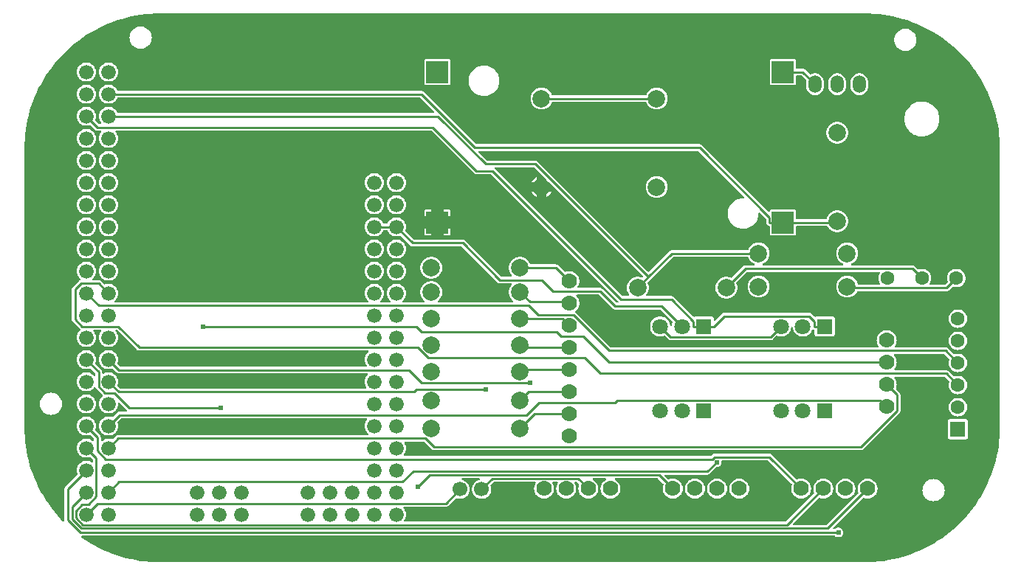
<source format=gtl>
G04 Layer: TopLayer*
G04 EasyEDA v6.5.46, 2025-01-08 10:31:20*
G04 Gerber Generator version 0.2*
G04 Scale: 100 percent, Rotated: No, Reflected: No *
G04 Dimensions in inches *
G04 leading zeros omitted , absolute positions ,3 integer and 6 decimal *
%FSLAX36Y36*%
%MOIN*%

%ADD10C,0.0100*%
%ADD11C,0.0787*%
%ADD12C,0.0630*%
%ADD13R,0.0709X0.0709*%
%ADD14C,0.0709*%
%ADD15O,0.059054999999999996X0.07873999999999999*%
%ADD16C,0.0669*%
%ADD17C,0.0700*%
%ADD18R,0.0984X0.0984*%
%ADD19C,0.0660*%
%ADD20C,0.0240*%
%ADD21C,0.0136*%

%LPD*%
G36*
X2706780Y1212720D02*
G01*
X2705260Y1213020D01*
X2703960Y1213880D01*
X2130300Y1787540D01*
X2129440Y1788839D01*
X2129140Y1790360D01*
X2129440Y1791900D01*
X2130300Y1793200D01*
X2131600Y1794060D01*
X2133140Y1794360D01*
X2303600Y1794360D01*
X2305120Y1794060D01*
X2306420Y1793200D01*
X2361020Y1738600D01*
X2361880Y1737300D01*
X2362180Y1735780D01*
X2362180Y1727180D01*
X2370780Y1727180D01*
X2372300Y1726879D01*
X2373600Y1726020D01*
X2797240Y1302380D01*
X2798120Y1301080D01*
X2798420Y1299520D01*
X2798100Y1297980D01*
X2797200Y1296680D01*
X2795860Y1295820D01*
X2794320Y1295560D01*
X2792780Y1295900D01*
X2791820Y1296339D01*
X2786100Y1298120D01*
X2780220Y1299199D01*
X2774240Y1299560D01*
X2768260Y1299199D01*
X2762380Y1298120D01*
X2756660Y1296339D01*
X2751200Y1293880D01*
X2746080Y1290780D01*
X2741380Y1287100D01*
X2737140Y1282860D01*
X2733440Y1278160D01*
X2730360Y1273040D01*
X2727900Y1267580D01*
X2726120Y1261860D01*
X2725040Y1255980D01*
X2724680Y1250000D01*
X2725040Y1244020D01*
X2726120Y1238140D01*
X2727900Y1232420D01*
X2730360Y1226960D01*
X2733440Y1221840D01*
X2735539Y1219180D01*
X2736300Y1217580D01*
X2736280Y1215800D01*
X2735500Y1214220D01*
X2734120Y1213100D01*
X2732380Y1212720D01*
G37*

%LPC*%
G36*
X2362180Y1660740D02*
G01*
X2363040Y1661120D01*
X2368160Y1664220D01*
X2372860Y1667900D01*
X2377100Y1672140D01*
X2380780Y1676840D01*
X2383880Y1681960D01*
X2384260Y1682820D01*
X2362180Y1682820D01*
G37*
G36*
X2317820Y1660740D02*
G01*
X2317820Y1682820D01*
X2295740Y1682820D01*
X2296120Y1681960D01*
X2299220Y1676840D01*
X2302900Y1672140D01*
X2307140Y1667900D01*
X2311840Y1664220D01*
X2316960Y1661120D01*
G37*
G36*
X2295740Y1727180D02*
G01*
X2317820Y1727180D01*
X2317820Y1749259D01*
X2316960Y1748880D01*
X2311840Y1745780D01*
X2307140Y1742100D01*
X2302900Y1737860D01*
X2299220Y1733160D01*
X2296120Y1728040D01*
G37*

%LPD*%
G36*
X617160Y8820D02*
G01*
X595140Y9220D01*
X573320Y10380D01*
X551580Y12340D01*
X529900Y15060D01*
X508340Y18560D01*
X486920Y22820D01*
X465660Y27839D01*
X444600Y33620D01*
X423760Y40160D01*
X403160Y47420D01*
X382840Y55420D01*
X362819Y64140D01*
X343120Y73580D01*
X323760Y83699D01*
X304780Y94520D01*
X286200Y106000D01*
X268040Y118120D01*
X263340Y121519D01*
X262240Y122739D01*
X261720Y124320D01*
X261880Y125980D01*
X262720Y127420D01*
X264060Y128400D01*
X265680Y128760D01*
X3662980Y128760D01*
X3664500Y128460D01*
X3665800Y127579D01*
X3666420Y126960D01*
X3669600Y124740D01*
X3673100Y123100D01*
X3676840Y122100D01*
X3680700Y121780D01*
X3684540Y122100D01*
X3688279Y123100D01*
X3691780Y124740D01*
X3694960Y126960D01*
X3697679Y129700D01*
X3699900Y132860D01*
X3701540Y136360D01*
X3702540Y140100D01*
X3702880Y143960D01*
X3702540Y147800D01*
X3701540Y151540D01*
X3699900Y155040D01*
X3697679Y158220D01*
X3694960Y160940D01*
X3691780Y163160D01*
X3688279Y164800D01*
X3684540Y165799D01*
X3680700Y166140D01*
X3676840Y165799D01*
X3673100Y164800D01*
X3669600Y163160D01*
X3666420Y160940D01*
X3665800Y160320D01*
X3664500Y159460D01*
X3662980Y159160D01*
X3660560Y159160D01*
X3659040Y159460D01*
X3657740Y160320D01*
X3656860Y161620D01*
X3656560Y163160D01*
X3656860Y164680D01*
X3657740Y165980D01*
X3790840Y299080D01*
X3792200Y299980D01*
X3793800Y300260D01*
X3795480Y299840D01*
X3800880Y298080D01*
X3806440Y297020D01*
X3812120Y296660D01*
X3817780Y297020D01*
X3823340Y298080D01*
X3828740Y299840D01*
X3833880Y302240D01*
X3838680Y305280D01*
X3843039Y308900D01*
X3846940Y313040D01*
X3850260Y317640D01*
X3853000Y322600D01*
X3855100Y327879D01*
X3856500Y333380D01*
X3857220Y339020D01*
X3857220Y344680D01*
X3856500Y350319D01*
X3855100Y355820D01*
X3853000Y361100D01*
X3850260Y366060D01*
X3846940Y370660D01*
X3843039Y374799D01*
X3838680Y378420D01*
X3833880Y381460D01*
X3828740Y383860D01*
X3823340Y385620D01*
X3817780Y386680D01*
X3812120Y387040D01*
X3806440Y386680D01*
X3800880Y385620D01*
X3795480Y383860D01*
X3790340Y381460D01*
X3785539Y378420D01*
X3781180Y374799D01*
X3777280Y370660D01*
X3773960Y366060D01*
X3771220Y361100D01*
X3769120Y355820D01*
X3767720Y350319D01*
X3767000Y344680D01*
X3767000Y339020D01*
X3767720Y333380D01*
X3769120Y327879D01*
X3770299Y324940D01*
X3770580Y323440D01*
X3770260Y321920D01*
X3769400Y320640D01*
X3627020Y178260D01*
X3625720Y177380D01*
X3624180Y177079D01*
X3478420Y177079D01*
X3476880Y177380D01*
X3475580Y178260D01*
X3474720Y179560D01*
X3474420Y181080D01*
X3474720Y182620D01*
X3475580Y183920D01*
X3590840Y299160D01*
X3592200Y300060D01*
X3593800Y300340D01*
X3595480Y299920D01*
X3600880Y298160D01*
X3606440Y297100D01*
X3612120Y296740D01*
X3617780Y297100D01*
X3623340Y298160D01*
X3628740Y299920D01*
X3633880Y302320D01*
X3638680Y305360D01*
X3643039Y308980D01*
X3646940Y313120D01*
X3650260Y317720D01*
X3653000Y322680D01*
X3655100Y327960D01*
X3656500Y333459D01*
X3657220Y339099D01*
X3657220Y344760D01*
X3656500Y350400D01*
X3655100Y355900D01*
X3653000Y361180D01*
X3650260Y366140D01*
X3646940Y370740D01*
X3643039Y374880D01*
X3638680Y378500D01*
X3633880Y381540D01*
X3628740Y383940D01*
X3623340Y385700D01*
X3617780Y386760D01*
X3612120Y387120D01*
X3606440Y386760D01*
X3600880Y385700D01*
X3595480Y383940D01*
X3590340Y381540D01*
X3585539Y378500D01*
X3581180Y374880D01*
X3577280Y370740D01*
X3573960Y366140D01*
X3571220Y361180D01*
X3569120Y355900D01*
X3567720Y350400D01*
X3567000Y344760D01*
X3567000Y339099D01*
X3567720Y333459D01*
X3569120Y327960D01*
X3570299Y325020D01*
X3570580Y323519D01*
X3570260Y322000D01*
X3569400Y320720D01*
X3443039Y194360D01*
X3441740Y193500D01*
X3440220Y193200D01*
X1723040Y193200D01*
X1721339Y193560D01*
X1719980Y194620D01*
X1719180Y196160D01*
X1719100Y197880D01*
X1719760Y199480D01*
X1721940Y202600D01*
X1724500Y207520D01*
X1726399Y212719D01*
X1727640Y218100D01*
X1728160Y223619D01*
X1728000Y229140D01*
X1727100Y234620D01*
X1725540Y239920D01*
X1723300Y244980D01*
X1720420Y249720D01*
X1717560Y253320D01*
X1716860Y254620D01*
X1716699Y256100D01*
X1717080Y257540D01*
X1717960Y258740D01*
X1719220Y259520D01*
X1720680Y259800D01*
X1906960Y259800D01*
X1910120Y260120D01*
X1912960Y260980D01*
X1915580Y262380D01*
X1918040Y264400D01*
X1950960Y297320D01*
X1952200Y298160D01*
X1953680Y298480D01*
X1955160Y298240D01*
X1958560Y296980D01*
X1964019Y295740D01*
X1969580Y295200D01*
X1975180Y295380D01*
X1980700Y296280D01*
X1986060Y297880D01*
X1991180Y300140D01*
X1995960Y303040D01*
X2000340Y306520D01*
X2004220Y310540D01*
X2007580Y315020D01*
X2010320Y319900D01*
X2012420Y325080D01*
X2013839Y330500D01*
X2014560Y336040D01*
X2014560Y341640D01*
X2013839Y347180D01*
X2012420Y352600D01*
X2010320Y357780D01*
X2007580Y362660D01*
X2004220Y367140D01*
X2000340Y371160D01*
X1995960Y374640D01*
X1991180Y377540D01*
X1986060Y379820D01*
X1981720Y381100D01*
X1980300Y381860D01*
X1979280Y383140D01*
X1978860Y384700D01*
X1979100Y386300D01*
X1979940Y387680D01*
X1981279Y388600D01*
X1982860Y388940D01*
X2057600Y388940D01*
X2059220Y388600D01*
X2060560Y387620D01*
X2061399Y386200D01*
X2061579Y384560D01*
X2061080Y382980D01*
X2060000Y381719D01*
X2058500Y381040D01*
X2057000Y380700D01*
X2051740Y378760D01*
X2046780Y376180D01*
X2042200Y372980D01*
X2038060Y369219D01*
X2034420Y364960D01*
X2031380Y360260D01*
X2028940Y355220D01*
X2027180Y349920D01*
X2026120Y344420D01*
X2025760Y338840D01*
X2026120Y333260D01*
X2027180Y327760D01*
X2028940Y322460D01*
X2031380Y317420D01*
X2034420Y312720D01*
X2038060Y308480D01*
X2042200Y304700D01*
X2046780Y301500D01*
X2051740Y298920D01*
X2057000Y296980D01*
X2062440Y295740D01*
X2068020Y295200D01*
X2073600Y295380D01*
X2079120Y296280D01*
X2084500Y297880D01*
X2089600Y300140D01*
X2094379Y303040D01*
X2098760Y306520D01*
X2102660Y310540D01*
X2106000Y315020D01*
X2108740Y319900D01*
X2110840Y325080D01*
X2112260Y330500D01*
X2112980Y336040D01*
X2112980Y341640D01*
X2112260Y347180D01*
X2110840Y352600D01*
X2110060Y354540D01*
X2109760Y356060D01*
X2110080Y357580D01*
X2110940Y358860D01*
X2123720Y371659D01*
X2125020Y372520D01*
X2126560Y372819D01*
X2310140Y372819D01*
X2311840Y372440D01*
X2313220Y371380D01*
X2314020Y369820D01*
X2314080Y368080D01*
X2313140Y366140D01*
X2310400Y361160D01*
X2308320Y355900D01*
X2306900Y350400D01*
X2306200Y344760D01*
X2306200Y339099D01*
X2306900Y333459D01*
X2308320Y327960D01*
X2310400Y322680D01*
X2313140Y317720D01*
X2316480Y313120D01*
X2320360Y308980D01*
X2324740Y305360D01*
X2329520Y302320D01*
X2334660Y299900D01*
X2340060Y298160D01*
X2345640Y297100D01*
X2351300Y296740D01*
X2356960Y297100D01*
X2362540Y298160D01*
X2367940Y299900D01*
X2373060Y302320D01*
X2377860Y305360D01*
X2382240Y308980D01*
X2386120Y313120D01*
X2389460Y317720D01*
X2392180Y322680D01*
X2394280Y327960D01*
X2395680Y333459D01*
X2396400Y339099D01*
X2396400Y344760D01*
X2395680Y350400D01*
X2394280Y355900D01*
X2392180Y361160D01*
X2389460Y366140D01*
X2388520Y368080D01*
X2388580Y369820D01*
X2389360Y371380D01*
X2390740Y372440D01*
X2392440Y372819D01*
X2410140Y372819D01*
X2411840Y372440D01*
X2413220Y371380D01*
X2414020Y369820D01*
X2414080Y368080D01*
X2413140Y366140D01*
X2410400Y361160D01*
X2408320Y355900D01*
X2406900Y350400D01*
X2406200Y344760D01*
X2406200Y339099D01*
X2406900Y333459D01*
X2408320Y327960D01*
X2410400Y322680D01*
X2413140Y317720D01*
X2416480Y313120D01*
X2420360Y308980D01*
X2424740Y305360D01*
X2429520Y302320D01*
X2434660Y299900D01*
X2440060Y298160D01*
X2445640Y297100D01*
X2451300Y296740D01*
X2456960Y297100D01*
X2462540Y298160D01*
X2467940Y299900D01*
X2473060Y302320D01*
X2477860Y305360D01*
X2482240Y308980D01*
X2486120Y313120D01*
X2489460Y317720D01*
X2492180Y322680D01*
X2494280Y327960D01*
X2495680Y333459D01*
X2496400Y339099D01*
X2496400Y344760D01*
X2495680Y350400D01*
X2494280Y355900D01*
X2492180Y361160D01*
X2489460Y366140D01*
X2488520Y368080D01*
X2488580Y369820D01*
X2489360Y371380D01*
X2490740Y372440D01*
X2492440Y372819D01*
X2497180Y372819D01*
X2498700Y372520D01*
X2500000Y371659D01*
X2508600Y363060D01*
X2509460Y361780D01*
X2509760Y360280D01*
X2509480Y358760D01*
X2508320Y355820D01*
X2506900Y350319D01*
X2506200Y344680D01*
X2506200Y339020D01*
X2506900Y333380D01*
X2508320Y327879D01*
X2510400Y322600D01*
X2513140Y317640D01*
X2516480Y313040D01*
X2520360Y308900D01*
X2524740Y305280D01*
X2529520Y302240D01*
X2534660Y299820D01*
X2540060Y298080D01*
X2545640Y297020D01*
X2551300Y296660D01*
X2556960Y297020D01*
X2562540Y298080D01*
X2567940Y299820D01*
X2573060Y302240D01*
X2577860Y305280D01*
X2582240Y308900D01*
X2586120Y313040D01*
X2589460Y317640D01*
X2592180Y322600D01*
X2594280Y327879D01*
X2595680Y333380D01*
X2596400Y339020D01*
X2596400Y344680D01*
X2595680Y350319D01*
X2594280Y355820D01*
X2592180Y361079D01*
X2589460Y366060D01*
X2586120Y370660D01*
X2582240Y374799D01*
X2577860Y378400D01*
X2572900Y381560D01*
X2571680Y382760D01*
X2571080Y384360D01*
X2571200Y386060D01*
X2572020Y387540D01*
X2573380Y388579D01*
X2575040Y388940D01*
X2627540Y388940D01*
X2629220Y388579D01*
X2630580Y387540D01*
X2631400Y386060D01*
X2631500Y384360D01*
X2630899Y382760D01*
X2629700Y381560D01*
X2624740Y378400D01*
X2620360Y374799D01*
X2616480Y370660D01*
X2613140Y366060D01*
X2610400Y361079D01*
X2608320Y355820D01*
X2606900Y350319D01*
X2606200Y344680D01*
X2606200Y339020D01*
X2606900Y333380D01*
X2608320Y327879D01*
X2610400Y322600D01*
X2613140Y317640D01*
X2616480Y313040D01*
X2620360Y308900D01*
X2624740Y305280D01*
X2629520Y302240D01*
X2634660Y299820D01*
X2640059Y298080D01*
X2645640Y297020D01*
X2651300Y296660D01*
X2656960Y297020D01*
X2662540Y298080D01*
X2667940Y299820D01*
X2673060Y302240D01*
X2677860Y305280D01*
X2682240Y308900D01*
X2686120Y313040D01*
X2689460Y317640D01*
X2692180Y322600D01*
X2694280Y327879D01*
X2695680Y333380D01*
X2696400Y339020D01*
X2696400Y344680D01*
X2695680Y350319D01*
X2694280Y355820D01*
X2692180Y361079D01*
X2689460Y366060D01*
X2686120Y370660D01*
X2682240Y374799D01*
X2677860Y378400D01*
X2672900Y381560D01*
X2671680Y382760D01*
X2671080Y384360D01*
X2671200Y386060D01*
X2672020Y387540D01*
X2673380Y388579D01*
X2675040Y388940D01*
X2862200Y388940D01*
X2863740Y388640D01*
X2865040Y387760D01*
X2889660Y363140D01*
X2890520Y361860D01*
X2890820Y360360D01*
X2890539Y358840D01*
X2889380Y355900D01*
X2887960Y350400D01*
X2887260Y344760D01*
X2887260Y339099D01*
X2887960Y333459D01*
X2889380Y327960D01*
X2891460Y322680D01*
X2894200Y317720D01*
X2897540Y313120D01*
X2901420Y308980D01*
X2905800Y305360D01*
X2910580Y302320D01*
X2915720Y299920D01*
X2921120Y298160D01*
X2926700Y297100D01*
X2932360Y296740D01*
X2938020Y297100D01*
X2943600Y298160D01*
X2949000Y299920D01*
X2954120Y302320D01*
X2958920Y305360D01*
X2963300Y308980D01*
X2967180Y313120D01*
X2970520Y317720D01*
X2973240Y322680D01*
X2975340Y327960D01*
X2976740Y333459D01*
X2977460Y339099D01*
X2977460Y344760D01*
X2976740Y350400D01*
X2975340Y355900D01*
X2973240Y361180D01*
X2970520Y366140D01*
X2967180Y370740D01*
X2963300Y374880D01*
X2958920Y378500D01*
X2954120Y381540D01*
X2949000Y383940D01*
X2943600Y385700D01*
X2938020Y386760D01*
X2932360Y387120D01*
X2926700Y386760D01*
X2921120Y385700D01*
X2915620Y383900D01*
X2914040Y383519D01*
X2912460Y383800D01*
X2911100Y384700D01*
X2897580Y398220D01*
X2896700Y399520D01*
X2896400Y401040D01*
X2896700Y402580D01*
X2897580Y403880D01*
X2898880Y404739D01*
X2900400Y405040D01*
X3088940Y405040D01*
X3092100Y405360D01*
X3094940Y406220D01*
X3097559Y407620D01*
X3100020Y409640D01*
X3128480Y438100D01*
X3129620Y438900D01*
X3130960Y439260D01*
X3134120Y439540D01*
X3137860Y440540D01*
X3141360Y442180D01*
X3144540Y444400D01*
X3147260Y447120D01*
X3149480Y450300D01*
X3151120Y453800D01*
X3152120Y457540D01*
X3152460Y461380D01*
X3152140Y464940D01*
X3152340Y466580D01*
X3153180Y467980D01*
X3154520Y468940D01*
X3156120Y469280D01*
X3361600Y469280D01*
X3363140Y468980D01*
X3364440Y468120D01*
X3469400Y363140D01*
X3470260Y361860D01*
X3470580Y360360D01*
X3470299Y358840D01*
X3469120Y355900D01*
X3467720Y350400D01*
X3467000Y344760D01*
X3467000Y339099D01*
X3467720Y333459D01*
X3469120Y327960D01*
X3471220Y322680D01*
X3473960Y317720D01*
X3477280Y313120D01*
X3481180Y308980D01*
X3485539Y305360D01*
X3490340Y302320D01*
X3495480Y299920D01*
X3500880Y298160D01*
X3506440Y297100D01*
X3512120Y296740D01*
X3517780Y297100D01*
X3523340Y298160D01*
X3528740Y299920D01*
X3533880Y302320D01*
X3538680Y305360D01*
X3543039Y308980D01*
X3546940Y313120D01*
X3550260Y317720D01*
X3553000Y322680D01*
X3555100Y327960D01*
X3556500Y333459D01*
X3557220Y339099D01*
X3557220Y344760D01*
X3556500Y350400D01*
X3555100Y355900D01*
X3553000Y361180D01*
X3550260Y366140D01*
X3546940Y370740D01*
X3543039Y374880D01*
X3538680Y378500D01*
X3533880Y381540D01*
X3528740Y383940D01*
X3523340Y385700D01*
X3517780Y386760D01*
X3512120Y387120D01*
X3506440Y386760D01*
X3500880Y385700D01*
X3495380Y383900D01*
X3493800Y383519D01*
X3492200Y383800D01*
X3490840Y384700D01*
X3380440Y495100D01*
X3378000Y497100D01*
X3375360Y498519D01*
X3372520Y499380D01*
X3369360Y499680D01*
X3120899Y499680D01*
X3117740Y499380D01*
X3114900Y498519D01*
X3112260Y497100D01*
X3109820Y495100D01*
X3106100Y491380D01*
X3104800Y490500D01*
X3103260Y490200D01*
X1720660Y490200D01*
X1719160Y490500D01*
X1717880Y491340D01*
X1717000Y492580D01*
X1716660Y494080D01*
X1716900Y495580D01*
X1717700Y496900D01*
X1718760Y498080D01*
X1721940Y502600D01*
X1724500Y507520D01*
X1726399Y512720D01*
X1727640Y518100D01*
X1728160Y523620D01*
X1728000Y529140D01*
X1727100Y534620D01*
X1725540Y539920D01*
X1723300Y544980D01*
X1721339Y548200D01*
X1720800Y549780D01*
X1720940Y551460D01*
X1721780Y552920D01*
X1723120Y553920D01*
X1724760Y554260D01*
X1808720Y554260D01*
X1810240Y553960D01*
X1811540Y553100D01*
X1844160Y520480D01*
X1846620Y518459D01*
X1849240Y517060D01*
X1852080Y516200D01*
X1855240Y515880D01*
X3781880Y515880D01*
X3785040Y516200D01*
X3787880Y517060D01*
X3790500Y518459D01*
X3792960Y520480D01*
X3956200Y683720D01*
X3958220Y686180D01*
X3959620Y688800D01*
X3960480Y691640D01*
X3960800Y694800D01*
X3960800Y765000D01*
X3960480Y768160D01*
X3959620Y771020D01*
X3958220Y773640D01*
X3956200Y776100D01*
X3941060Y791240D01*
X3940160Y792600D01*
X3939880Y794200D01*
X3940299Y795860D01*
X3942060Y801260D01*
X3943120Y806840D01*
X3943480Y812500D01*
X3943120Y818160D01*
X3942060Y823740D01*
X3940299Y829140D01*
X3937900Y834280D01*
X3934860Y839060D01*
X3933480Y840720D01*
X3932760Y842020D01*
X3932580Y843520D01*
X3932940Y844960D01*
X3933820Y846180D01*
X3935100Y846979D01*
X3936560Y847260D01*
X4159580Y847260D01*
X4161120Y846960D01*
X4162420Y846100D01*
X4180000Y828520D01*
X4180840Y827300D01*
X4181160Y825860D01*
X4180960Y824400D01*
X4179740Y820780D01*
X4178660Y815440D01*
X4178320Y810000D01*
X4178660Y804560D01*
X4179740Y799220D01*
X4181480Y794040D01*
X4183900Y789160D01*
X4186920Y784620D01*
X4190520Y780520D01*
X4194620Y776919D01*
X4199160Y773900D01*
X4204040Y771480D01*
X4209220Y769740D01*
X4214560Y768660D01*
X4220000Y768319D01*
X4225440Y768660D01*
X4230780Y769740D01*
X4235960Y771480D01*
X4240840Y773900D01*
X4245380Y776919D01*
X4249480Y780520D01*
X4253080Y784620D01*
X4256100Y789160D01*
X4258520Y794040D01*
X4260260Y799220D01*
X4261340Y804560D01*
X4261680Y810000D01*
X4261340Y815440D01*
X4260260Y820780D01*
X4258520Y825960D01*
X4256100Y830840D01*
X4253080Y835380D01*
X4249480Y839479D01*
X4245380Y843080D01*
X4240840Y846100D01*
X4235960Y848520D01*
X4230780Y850260D01*
X4225440Y851340D01*
X4220000Y851680D01*
X4214560Y851340D01*
X4209220Y850260D01*
X4205620Y849040D01*
X4204160Y848840D01*
X4202720Y849180D01*
X4201500Y850000D01*
X4178420Y873080D01*
X4175980Y875080D01*
X4173340Y876500D01*
X4170500Y877360D01*
X4167340Y877660D01*
X3936580Y877660D01*
X3935120Y877940D01*
X3933840Y878740D01*
X3932960Y879960D01*
X3932600Y881420D01*
X3932780Y882900D01*
X3933500Y884220D01*
X3934940Y885939D01*
X3937980Y890720D01*
X3940380Y895860D01*
X3942140Y901260D01*
X3943200Y906840D01*
X3943560Y912500D01*
X3943200Y918160D01*
X3942140Y923740D01*
X3940380Y929140D01*
X3937980Y934280D01*
X3934940Y939060D01*
X3931200Y943580D01*
X3930460Y944900D01*
X3930280Y946380D01*
X3930659Y947840D01*
X3931540Y949060D01*
X3932799Y949860D01*
X3934280Y950140D01*
X4156720Y950140D01*
X4158240Y949840D01*
X4159540Y948960D01*
X4180000Y928520D01*
X4180840Y927300D01*
X4181160Y925860D01*
X4180960Y924400D01*
X4179740Y920780D01*
X4178660Y915440D01*
X4178320Y910000D01*
X4178660Y904560D01*
X4179740Y899220D01*
X4181480Y894040D01*
X4183900Y889160D01*
X4186920Y884620D01*
X4190520Y880520D01*
X4194620Y876919D01*
X4199160Y873900D01*
X4204040Y871480D01*
X4209220Y869740D01*
X4214560Y868660D01*
X4220000Y868319D01*
X4225440Y868660D01*
X4230780Y869740D01*
X4235960Y871480D01*
X4240840Y873900D01*
X4245380Y876919D01*
X4249480Y880520D01*
X4253080Y884620D01*
X4256100Y889160D01*
X4258520Y894040D01*
X4260260Y899220D01*
X4261340Y904560D01*
X4261680Y910000D01*
X4261340Y915440D01*
X4260260Y920780D01*
X4258520Y925960D01*
X4256100Y930840D01*
X4253080Y935380D01*
X4249480Y939479D01*
X4245380Y943080D01*
X4240840Y946100D01*
X4235960Y948520D01*
X4230780Y950260D01*
X4225440Y951340D01*
X4220000Y951680D01*
X4214560Y951340D01*
X4209220Y950260D01*
X4205620Y949040D01*
X4204160Y948840D01*
X4202720Y949180D01*
X4201500Y950000D01*
X4175560Y975939D01*
X4173100Y977960D01*
X4170480Y979360D01*
X4167640Y980220D01*
X4164480Y980540D01*
X3938780Y980540D01*
X3937120Y980900D01*
X3935760Y981900D01*
X3934940Y983400D01*
X3934820Y985080D01*
X3935400Y986680D01*
X3937980Y990720D01*
X3940380Y995860D01*
X3942140Y1001260D01*
X3943200Y1006840D01*
X3943560Y1012500D01*
X3943200Y1018160D01*
X3942140Y1023740D01*
X3940380Y1029140D01*
X3937980Y1034280D01*
X3934940Y1039060D01*
X3931320Y1043439D01*
X3927180Y1047320D01*
X3922580Y1050660D01*
X3917620Y1053400D01*
X3912340Y1055480D01*
X3906840Y1056900D01*
X3901200Y1057600D01*
X3895539Y1057600D01*
X3889900Y1056900D01*
X3884400Y1055480D01*
X3879120Y1053400D01*
X3874160Y1050660D01*
X3869560Y1047320D01*
X3865419Y1043439D01*
X3861800Y1039060D01*
X3858759Y1034280D01*
X3856360Y1029140D01*
X3854600Y1023740D01*
X3853540Y1018160D01*
X3853180Y1012500D01*
X3853540Y1006840D01*
X3854600Y1001260D01*
X3856360Y995860D01*
X3858759Y990720D01*
X3861340Y986680D01*
X3861920Y985080D01*
X3861800Y983400D01*
X3860980Y981900D01*
X3859620Y980900D01*
X3857960Y980540D01*
X2653340Y980540D01*
X2651820Y980840D01*
X2650520Y981700D01*
X2495540Y1136680D01*
X2493500Y1138360D01*
X2492560Y1139460D01*
X2492080Y1140840D01*
X2492120Y1142280D01*
X2492680Y1143640D01*
X2493680Y1144680D01*
X2494360Y1145180D01*
X2498500Y1149060D01*
X2502120Y1153440D01*
X2505160Y1158220D01*
X2507580Y1163360D01*
X2509340Y1168760D01*
X2510400Y1174340D01*
X2510760Y1180000D01*
X2510400Y1185660D01*
X2509340Y1191240D01*
X2507580Y1196640D01*
X2505160Y1201780D01*
X2502120Y1206560D01*
X2498500Y1210940D01*
X2497580Y1211800D01*
X2496660Y1213100D01*
X2496320Y1214640D01*
X2496600Y1216200D01*
X2497460Y1217520D01*
X2498760Y1218420D01*
X2500320Y1218720D01*
X2596740Y1218720D01*
X2598260Y1218420D01*
X2599560Y1217560D01*
X2660840Y1156280D01*
X2663300Y1154260D01*
X2665920Y1152860D01*
X2668759Y1152000D01*
X2671920Y1151680D01*
X2874400Y1151680D01*
X2875940Y1151380D01*
X2877240Y1150520D01*
X2931160Y1096600D01*
X2932040Y1095240D01*
X2932320Y1093640D01*
X2931820Y1091800D01*
X2930040Y1086340D01*
X2928960Y1080620D01*
X2928360Y1079160D01*
X2927260Y1078060D01*
X2925800Y1077460D01*
X2924240Y1077460D01*
X2922799Y1078060D01*
X2921680Y1079160D01*
X2921100Y1080620D01*
X2920000Y1086340D01*
X2918240Y1091800D01*
X2915800Y1096980D01*
X2912720Y1101820D01*
X2909080Y1106240D01*
X2904900Y1110160D01*
X2900260Y1113520D01*
X2895240Y1116280D01*
X2889900Y1118400D01*
X2884360Y1119820D01*
X2878680Y1120540D01*
X2872940Y1120540D01*
X2867260Y1119820D01*
X2861720Y1118400D01*
X2856380Y1116280D01*
X2851360Y1113520D01*
X2846720Y1110160D01*
X2842559Y1106240D01*
X2838900Y1101820D01*
X2835820Y1096980D01*
X2833380Y1091800D01*
X2831620Y1086340D01*
X2830539Y1080720D01*
X2830179Y1075000D01*
X2830539Y1069280D01*
X2831620Y1063660D01*
X2833380Y1058200D01*
X2835820Y1053020D01*
X2838900Y1048180D01*
X2842559Y1043760D01*
X2846720Y1039840D01*
X2851360Y1036480D01*
X2856380Y1033720D01*
X2861720Y1031600D01*
X2867260Y1030180D01*
X2872940Y1029460D01*
X2878680Y1029460D01*
X2884360Y1030180D01*
X2889900Y1031600D01*
X2893060Y1032860D01*
X2894580Y1033139D01*
X2896080Y1032820D01*
X2897360Y1031960D01*
X2911540Y1017800D01*
X2913980Y1015780D01*
X2916620Y1014380D01*
X2919460Y1013520D01*
X2922620Y1013199D01*
X3374780Y1013199D01*
X3377940Y1013520D01*
X3380779Y1014380D01*
X3383420Y1015780D01*
X3385860Y1017800D01*
X3400040Y1031960D01*
X3401320Y1032820D01*
X3402820Y1033139D01*
X3404340Y1032860D01*
X3407480Y1031600D01*
X3413020Y1030180D01*
X3418700Y1029460D01*
X3424440Y1029460D01*
X3430120Y1030180D01*
X3435680Y1031600D01*
X3441000Y1033720D01*
X3446019Y1036480D01*
X3450659Y1039840D01*
X3454840Y1043760D01*
X3458480Y1048180D01*
X3461560Y1053020D01*
X3464000Y1058200D01*
X3465760Y1063660D01*
X3466860Y1069380D01*
X3467440Y1070840D01*
X3468560Y1071940D01*
X3470000Y1072540D01*
X3471580Y1072540D01*
X3473020Y1071940D01*
X3474120Y1070840D01*
X3474720Y1069380D01*
X3475800Y1063660D01*
X3477580Y1058200D01*
X3480020Y1053020D01*
X3483080Y1048180D01*
X3486740Y1043760D01*
X3490920Y1039840D01*
X3495560Y1036480D01*
X3500580Y1033720D01*
X3505899Y1031600D01*
X3511440Y1030180D01*
X3517140Y1029460D01*
X3522860Y1029460D01*
X3528540Y1030180D01*
X3534100Y1031600D01*
X3539420Y1033720D01*
X3544440Y1036480D01*
X3549080Y1039840D01*
X3553260Y1043760D01*
X3556920Y1048180D01*
X3559980Y1053020D01*
X3562540Y1058480D01*
X3563360Y1059640D01*
X3564540Y1060440D01*
X3565920Y1060780D01*
X3567320Y1060600D01*
X3570580Y1059680D01*
X3571760Y1058800D01*
X3572520Y1057560D01*
X3572799Y1056120D01*
X3572799Y1039800D01*
X3573080Y1037300D01*
X3573820Y1035160D01*
X3575040Y1033220D01*
X3576640Y1031620D01*
X3578580Y1030400D01*
X3580720Y1029640D01*
X3583220Y1029360D01*
X3653639Y1029360D01*
X3656120Y1029640D01*
X3658279Y1030400D01*
X3660200Y1031620D01*
X3661820Y1033220D01*
X3663020Y1035160D01*
X3663780Y1037300D01*
X3664060Y1039800D01*
X3664060Y1110200D01*
X3663780Y1112700D01*
X3663020Y1114840D01*
X3661820Y1116780D01*
X3660200Y1118380D01*
X3658279Y1119600D01*
X3656120Y1120360D01*
X3653639Y1120640D01*
X3583220Y1120640D01*
X3580720Y1120360D01*
X3578580Y1119600D01*
X3577280Y1118780D01*
X3576040Y1118280D01*
X3574700Y1118200D01*
X3573420Y1118560D01*
X3572320Y1119340D01*
X3559540Y1132140D01*
X3557080Y1134140D01*
X3554460Y1135560D01*
X3551620Y1136420D01*
X3548460Y1136720D01*
X3165899Y1136720D01*
X3162740Y1136420D01*
X3159900Y1135560D01*
X3157280Y1134140D01*
X3154820Y1132140D01*
X3125120Y1102440D01*
X3123820Y1101560D01*
X3122300Y1101260D01*
X3120760Y1101560D01*
X3119460Y1102440D01*
X3118600Y1103740D01*
X3118300Y1105260D01*
X3118300Y1110200D01*
X3118020Y1112700D01*
X3117260Y1114840D01*
X3116040Y1116780D01*
X3114440Y1118380D01*
X3112500Y1119600D01*
X3110360Y1120360D01*
X3107860Y1120640D01*
X3037460Y1120640D01*
X3034960Y1120360D01*
X3032820Y1119600D01*
X3031520Y1118780D01*
X3030280Y1118280D01*
X3028940Y1118200D01*
X3027660Y1118560D01*
X3026560Y1119340D01*
X2937780Y1208120D01*
X2935320Y1210140D01*
X2932700Y1211540D01*
X2929860Y1212400D01*
X2926700Y1212720D01*
X2816080Y1212720D01*
X2814360Y1213100D01*
X2812960Y1214220D01*
X2812200Y1215800D01*
X2812180Y1217580D01*
X2812940Y1219180D01*
X2815020Y1221840D01*
X2818120Y1226960D01*
X2820580Y1232420D01*
X2822360Y1238140D01*
X2823440Y1244020D01*
X2823800Y1250000D01*
X2823440Y1255980D01*
X2822360Y1261860D01*
X2820580Y1267580D01*
X2819460Y1270080D01*
X2819100Y1271640D01*
X2819400Y1273200D01*
X2820280Y1274540D01*
X2934360Y1388640D01*
X2935659Y1389500D01*
X2937200Y1389800D01*
X3270000Y1389800D01*
X3271500Y1389520D01*
X3272780Y1388680D01*
X3273639Y1387440D01*
X3276120Y1381960D01*
X3279220Y1376840D01*
X3282900Y1372140D01*
X3287140Y1367900D01*
X3291840Y1364220D01*
X3296960Y1361120D01*
X3300779Y1359400D01*
X3302020Y1358500D01*
X3302860Y1357200D01*
X3303120Y1355680D01*
X3302799Y1354180D01*
X3301940Y1352900D01*
X3300640Y1352060D01*
X3299120Y1351759D01*
X3260980Y1351759D01*
X3257820Y1351440D01*
X3254980Y1350580D01*
X3252360Y1349180D01*
X3249900Y1347160D01*
X3198780Y1296040D01*
X3197440Y1295160D01*
X3195860Y1294860D01*
X3194300Y1295220D01*
X3191820Y1296339D01*
X3186100Y1298120D01*
X3180220Y1299199D01*
X3174240Y1299560D01*
X3168260Y1299199D01*
X3162380Y1298120D01*
X3156660Y1296339D01*
X3151200Y1293880D01*
X3146080Y1290780D01*
X3141380Y1287100D01*
X3137140Y1282860D01*
X3133440Y1278160D01*
X3130360Y1273040D01*
X3127900Y1267580D01*
X3126120Y1261860D01*
X3125040Y1255980D01*
X3124680Y1250000D01*
X3125040Y1244020D01*
X3126120Y1238140D01*
X3127900Y1232420D01*
X3130360Y1226960D01*
X3133440Y1221840D01*
X3137140Y1217140D01*
X3141380Y1212900D01*
X3146080Y1209220D01*
X3151200Y1206120D01*
X3156660Y1203660D01*
X3162380Y1201880D01*
X3168260Y1200800D01*
X3174240Y1200440D01*
X3180220Y1200800D01*
X3186100Y1201880D01*
X3191820Y1203660D01*
X3197260Y1206120D01*
X3202400Y1209220D01*
X3207100Y1212900D01*
X3211340Y1217140D01*
X3215020Y1221840D01*
X3218120Y1226960D01*
X3220580Y1232420D01*
X3222360Y1238140D01*
X3223440Y1244020D01*
X3223800Y1250000D01*
X3223440Y1255980D01*
X3222360Y1261860D01*
X3220580Y1267580D01*
X3219460Y1270080D01*
X3219100Y1271640D01*
X3219400Y1273200D01*
X3220280Y1274540D01*
X3265920Y1320180D01*
X3267220Y1321060D01*
X3268740Y1321360D01*
X3863420Y1321360D01*
X3865100Y1320980D01*
X3866460Y1319960D01*
X3867280Y1318440D01*
X3867380Y1316720D01*
X3866760Y1315140D01*
X3866259Y1314400D01*
X3863840Y1309500D01*
X3862100Y1304340D01*
X3861040Y1299000D01*
X3860680Y1293540D01*
X3861040Y1288100D01*
X3862100Y1282760D01*
X3863840Y1277600D01*
X3866259Y1272700D01*
X3868039Y1270020D01*
X3868680Y1268440D01*
X3868580Y1266720D01*
X3867760Y1265200D01*
X3866400Y1264180D01*
X3864720Y1263800D01*
X3772020Y1263800D01*
X3770380Y1264160D01*
X3769020Y1265160D01*
X3768200Y1266620D01*
X3766340Y1272580D01*
X3763880Y1278040D01*
X3760779Y1283160D01*
X3757100Y1287860D01*
X3752860Y1292100D01*
X3748159Y1295780D01*
X3743020Y1298880D01*
X3737580Y1301339D01*
X3731860Y1303120D01*
X3725980Y1304199D01*
X3720000Y1304560D01*
X3714020Y1304199D01*
X3708140Y1303120D01*
X3702420Y1301339D01*
X3696960Y1298880D01*
X3691840Y1295780D01*
X3687120Y1292100D01*
X3682900Y1287860D01*
X3679200Y1283160D01*
X3676120Y1278040D01*
X3673660Y1272580D01*
X3671880Y1266860D01*
X3670800Y1260980D01*
X3670440Y1255000D01*
X3670800Y1249020D01*
X3671880Y1243140D01*
X3673660Y1237420D01*
X3676120Y1231960D01*
X3679200Y1226840D01*
X3682900Y1222140D01*
X3687120Y1217900D01*
X3691840Y1214220D01*
X3696960Y1211120D01*
X3702420Y1208660D01*
X3708140Y1206880D01*
X3714020Y1205800D01*
X3720000Y1205440D01*
X3725980Y1205800D01*
X3731860Y1206880D01*
X3737580Y1208660D01*
X3743020Y1211120D01*
X3748159Y1214220D01*
X3752860Y1217900D01*
X3757100Y1222140D01*
X3760779Y1226840D01*
X3763580Y1231480D01*
X3764480Y1232500D01*
X3765659Y1233180D01*
X3767000Y1233400D01*
X4167460Y1233400D01*
X4170620Y1233720D01*
X4173460Y1234580D01*
X4176100Y1235980D01*
X4178540Y1238000D01*
X4194100Y1253540D01*
X4195320Y1254380D01*
X4196740Y1254720D01*
X4198200Y1254500D01*
X4201800Y1253280D01*
X4207160Y1252220D01*
X4212600Y1251860D01*
X4218040Y1252220D01*
X4223380Y1253280D01*
X4228540Y1255040D01*
X4233440Y1257440D01*
X4237980Y1260480D01*
X4242080Y1264080D01*
X4245660Y1268180D01*
X4248700Y1272700D01*
X4251100Y1277600D01*
X4252860Y1282760D01*
X4253920Y1288100D01*
X4254280Y1293540D01*
X4253920Y1299000D01*
X4252860Y1304340D01*
X4251100Y1309500D01*
X4248700Y1314400D01*
X4245660Y1318920D01*
X4242080Y1323020D01*
X4237980Y1326620D01*
X4233440Y1329660D01*
X4228540Y1332060D01*
X4223380Y1333820D01*
X4218040Y1334880D01*
X4212600Y1335240D01*
X4207160Y1334880D01*
X4201800Y1333820D01*
X4196640Y1332060D01*
X4191760Y1329660D01*
X4187220Y1326620D01*
X4183120Y1323020D01*
X4179520Y1318920D01*
X4176500Y1314400D01*
X4174080Y1309500D01*
X4172320Y1304340D01*
X4171259Y1299000D01*
X4170899Y1293540D01*
X4171259Y1288100D01*
X4172320Y1282760D01*
X4173560Y1279140D01*
X4173759Y1277680D01*
X4173420Y1276260D01*
X4172600Y1275040D01*
X4162540Y1264980D01*
X4161240Y1264100D01*
X4159700Y1263800D01*
X4095120Y1263800D01*
X4093440Y1264180D01*
X4092080Y1265200D01*
X4091259Y1266720D01*
X4091160Y1268440D01*
X4091800Y1270020D01*
X4093580Y1272700D01*
X4096000Y1277600D01*
X4097740Y1282760D01*
X4098800Y1288100D01*
X4099160Y1293540D01*
X4098800Y1299000D01*
X4097740Y1304340D01*
X4096000Y1309500D01*
X4093580Y1314400D01*
X4090539Y1318920D01*
X4086960Y1323020D01*
X4082860Y1326620D01*
X4078320Y1329660D01*
X4073440Y1332060D01*
X4068260Y1333820D01*
X4062919Y1334880D01*
X4057480Y1335240D01*
X4052040Y1334880D01*
X4046680Y1333820D01*
X4043080Y1332600D01*
X4041620Y1332380D01*
X4040179Y1332720D01*
X4038960Y1333560D01*
X4025360Y1347160D01*
X4022900Y1349180D01*
X4020280Y1350580D01*
X4017440Y1351440D01*
X4014280Y1351759D01*
X3740880Y1351759D01*
X3739360Y1352060D01*
X3738060Y1352900D01*
X3737200Y1354180D01*
X3736880Y1355680D01*
X3737140Y1357200D01*
X3737980Y1358500D01*
X3739220Y1359400D01*
X3743039Y1361120D01*
X3748159Y1364220D01*
X3752860Y1367900D01*
X3757100Y1372140D01*
X3760779Y1376840D01*
X3763880Y1381960D01*
X3766340Y1387420D01*
X3768120Y1393140D01*
X3769200Y1399019D01*
X3769560Y1405000D01*
X3769200Y1410980D01*
X3768120Y1416860D01*
X3766340Y1422580D01*
X3763880Y1428040D01*
X3760779Y1433160D01*
X3757100Y1437860D01*
X3752860Y1442100D01*
X3748159Y1445780D01*
X3743039Y1448880D01*
X3737580Y1451339D01*
X3731860Y1453120D01*
X3725980Y1454199D01*
X3720000Y1454560D01*
X3714020Y1454199D01*
X3708140Y1453120D01*
X3702420Y1451339D01*
X3696960Y1448880D01*
X3691840Y1445780D01*
X3687140Y1442100D01*
X3682900Y1437860D01*
X3679220Y1433160D01*
X3676120Y1428040D01*
X3673660Y1422580D01*
X3671880Y1416860D01*
X3670800Y1410980D01*
X3670440Y1405000D01*
X3670800Y1399019D01*
X3671880Y1393140D01*
X3673660Y1387420D01*
X3676120Y1381960D01*
X3679220Y1376840D01*
X3682900Y1372140D01*
X3687140Y1367900D01*
X3691840Y1364220D01*
X3696960Y1361120D01*
X3700779Y1359400D01*
X3702020Y1358500D01*
X3702860Y1357200D01*
X3703120Y1355680D01*
X3702799Y1354180D01*
X3701940Y1352900D01*
X3700640Y1352060D01*
X3699120Y1351759D01*
X3340880Y1351759D01*
X3339360Y1352060D01*
X3338060Y1352900D01*
X3337200Y1354180D01*
X3336880Y1355680D01*
X3337140Y1357200D01*
X3337980Y1358500D01*
X3339220Y1359400D01*
X3343039Y1361120D01*
X3348159Y1364220D01*
X3352860Y1367900D01*
X3357100Y1372140D01*
X3360779Y1376840D01*
X3363880Y1381960D01*
X3366340Y1387420D01*
X3368120Y1393140D01*
X3369200Y1399019D01*
X3369560Y1405000D01*
X3369200Y1410980D01*
X3368120Y1416860D01*
X3366340Y1422580D01*
X3363880Y1428040D01*
X3360779Y1433160D01*
X3357100Y1437860D01*
X3352860Y1442100D01*
X3348159Y1445780D01*
X3343039Y1448880D01*
X3337580Y1451339D01*
X3331860Y1453120D01*
X3325980Y1454199D01*
X3320000Y1454560D01*
X3314020Y1454199D01*
X3308140Y1453120D01*
X3302420Y1451339D01*
X3296960Y1448880D01*
X3291840Y1445780D01*
X3287140Y1442100D01*
X3282900Y1437860D01*
X3279220Y1433160D01*
X3276120Y1428040D01*
X3273660Y1422560D01*
X3272780Y1421320D01*
X3271500Y1420500D01*
X3270000Y1420200D01*
X2929440Y1420200D01*
X2926280Y1419900D01*
X2923440Y1419040D01*
X2920800Y1417620D01*
X2918360Y1415620D01*
X2825500Y1322760D01*
X2824220Y1321900D01*
X2822679Y1321600D01*
X2821139Y1321900D01*
X2819860Y1322760D01*
X2322440Y1820180D01*
X2319980Y1822180D01*
X2317360Y1823600D01*
X2314520Y1824460D01*
X2311360Y1824760D01*
X2094740Y1824760D01*
X2093200Y1825060D01*
X2091900Y1825940D01*
X2056500Y1861339D01*
X2055640Y1862640D01*
X2055340Y1864160D01*
X2055640Y1865700D01*
X2056500Y1867000D01*
X2057800Y1867860D01*
X2059340Y1868160D01*
X3046000Y1868160D01*
X3047520Y1867860D01*
X3048820Y1867000D01*
X3254760Y1661040D01*
X3255620Y1659760D01*
X3255940Y1658260D01*
X3255659Y1656740D01*
X3254820Y1655440D01*
X3253540Y1654560D01*
X3252040Y1654220D01*
X3244660Y1654040D01*
X3237580Y1653120D01*
X3230640Y1651480D01*
X3223920Y1649139D01*
X3217460Y1646120D01*
X3211340Y1642460D01*
X3205640Y1638180D01*
X3200419Y1633320D01*
X3195700Y1627980D01*
X3191580Y1622160D01*
X3188060Y1615960D01*
X3185200Y1609420D01*
X3183039Y1602640D01*
X3181580Y1595660D01*
X3180840Y1588560D01*
X3180840Y1581440D01*
X3181580Y1574340D01*
X3183039Y1567360D01*
X3185200Y1560580D01*
X3188060Y1554040D01*
X3191580Y1547840D01*
X3195700Y1542020D01*
X3200419Y1536680D01*
X3205640Y1531819D01*
X3211340Y1527540D01*
X3217460Y1523880D01*
X3223920Y1520860D01*
X3230640Y1518520D01*
X3237580Y1516879D01*
X3244660Y1515960D01*
X3251780Y1515780D01*
X3258900Y1516320D01*
X3265899Y1517600D01*
X3272740Y1519600D01*
X3279360Y1522280D01*
X3285640Y1525640D01*
X3291560Y1529620D01*
X3297040Y1534180D01*
X3302020Y1539280D01*
X3306440Y1544880D01*
X3310260Y1550900D01*
X3313460Y1557280D01*
X3315960Y1563940D01*
X3317780Y1570840D01*
X3318880Y1577880D01*
X3319240Y1585000D01*
X3319160Y1586819D01*
X3319380Y1588380D01*
X3320220Y1589740D01*
X3321520Y1590680D01*
X3323080Y1591020D01*
X3324640Y1590720D01*
X3325980Y1589840D01*
X3353320Y1562500D01*
X3354200Y1561200D01*
X3354500Y1559660D01*
X3354500Y1545200D01*
X3354820Y1542040D01*
X3355680Y1539199D01*
X3357080Y1536579D01*
X3358960Y1534280D01*
X3361259Y1532380D01*
X3363900Y1530980D01*
X3368380Y1529680D01*
X3369560Y1528800D01*
X3370320Y1527560D01*
X3370600Y1526120D01*
X3370600Y1496020D01*
X3370880Y1493520D01*
X3371620Y1491380D01*
X3372840Y1489440D01*
X3374440Y1487840D01*
X3376380Y1486620D01*
X3378519Y1485880D01*
X3381019Y1485580D01*
X3478980Y1485580D01*
X3481480Y1485880D01*
X3483620Y1486620D01*
X3485560Y1487840D01*
X3487160Y1489440D01*
X3488380Y1491380D01*
X3489120Y1493520D01*
X3489420Y1496020D01*
X3489420Y1525800D01*
X3489720Y1527340D01*
X3490580Y1528640D01*
X3491880Y1529500D01*
X3493420Y1529800D01*
X3627260Y1529800D01*
X3628740Y1529520D01*
X3630020Y1528680D01*
X3634220Y1521840D01*
X3637900Y1517140D01*
X3642140Y1512900D01*
X3646840Y1509220D01*
X3651960Y1506120D01*
X3657420Y1503660D01*
X3663140Y1501879D01*
X3669020Y1500800D01*
X3675000Y1500440D01*
X3680980Y1500800D01*
X3686860Y1501879D01*
X3692580Y1503660D01*
X3698039Y1506120D01*
X3703159Y1509220D01*
X3707860Y1512900D01*
X3712100Y1517140D01*
X3715779Y1521840D01*
X3718880Y1526960D01*
X3721340Y1532420D01*
X3723120Y1538140D01*
X3724200Y1544019D01*
X3724560Y1550000D01*
X3724200Y1555980D01*
X3723120Y1561860D01*
X3721340Y1567580D01*
X3718880Y1573040D01*
X3715779Y1578160D01*
X3712100Y1582860D01*
X3707860Y1587100D01*
X3703159Y1590780D01*
X3698039Y1593880D01*
X3692580Y1596339D01*
X3686860Y1598120D01*
X3680980Y1599199D01*
X3675000Y1599560D01*
X3669020Y1599199D01*
X3663140Y1598120D01*
X3657420Y1596339D01*
X3651960Y1593880D01*
X3646840Y1590780D01*
X3642140Y1587100D01*
X3637900Y1582860D01*
X3634220Y1578160D01*
X3631120Y1573040D01*
X3628660Y1567580D01*
X3627240Y1563020D01*
X3626420Y1561560D01*
X3625059Y1560560D01*
X3623420Y1560200D01*
X3493420Y1560200D01*
X3491880Y1560500D01*
X3490580Y1561380D01*
X3489720Y1562680D01*
X3489420Y1564199D01*
X3489420Y1593980D01*
X3489120Y1596480D01*
X3488380Y1598620D01*
X3487160Y1600560D01*
X3485560Y1602160D01*
X3483620Y1603380D01*
X3481480Y1604120D01*
X3478980Y1604400D01*
X3381019Y1604400D01*
X3378519Y1604120D01*
X3376380Y1603380D01*
X3374440Y1602160D01*
X3372840Y1600560D01*
X3371620Y1598620D01*
X3370760Y1596160D01*
X3369940Y1594780D01*
X3368639Y1593839D01*
X3367080Y1593480D01*
X3365500Y1593760D01*
X3364160Y1594660D01*
X3064840Y1893980D01*
X3062380Y1895980D01*
X3059760Y1897400D01*
X3056920Y1898260D01*
X3053759Y1898560D01*
X2046440Y1898560D01*
X2044920Y1898860D01*
X2043620Y1899740D01*
X1807740Y2135620D01*
X1805280Y2137620D01*
X1802660Y2139040D01*
X1799820Y2139900D01*
X1796660Y2140200D01*
X428020Y2140200D01*
X426500Y2140500D01*
X425220Y2141340D01*
X424360Y2142580D01*
X423300Y2144980D01*
X420420Y2149720D01*
X416980Y2154040D01*
X413000Y2157880D01*
X408560Y2161200D01*
X403740Y2163920D01*
X398620Y2166000D01*
X393260Y2167400D01*
X387760Y2168100D01*
X382239Y2168100D01*
X376740Y2167400D01*
X371380Y2166000D01*
X366260Y2163920D01*
X361440Y2161200D01*
X357000Y2157880D01*
X353020Y2154040D01*
X349580Y2149720D01*
X346700Y2144980D01*
X344460Y2139920D01*
X342900Y2134620D01*
X342000Y2129140D01*
X341840Y2123620D01*
X342360Y2118100D01*
X343600Y2112720D01*
X345500Y2107520D01*
X348060Y2102600D01*
X351240Y2098080D01*
X354960Y2093980D01*
X359159Y2090380D01*
X363800Y2087360D01*
X368800Y2084960D01*
X374040Y2083220D01*
X379480Y2082160D01*
X385000Y2081800D01*
X390520Y2082160D01*
X395959Y2083220D01*
X401200Y2084960D01*
X406200Y2087360D01*
X410840Y2090380D01*
X415040Y2093980D01*
X418760Y2098080D01*
X421940Y2102600D01*
X424560Y2107660D01*
X425460Y2108800D01*
X426700Y2109540D01*
X428120Y2109800D01*
X1788899Y2109800D01*
X1790420Y2109500D01*
X1791720Y2108640D01*
X1853320Y2047040D01*
X1854199Y2045740D01*
X1854500Y2044199D01*
X1854199Y2042680D01*
X1853320Y2041380D01*
X1852020Y2040500D01*
X1850500Y2040200D01*
X428020Y2040200D01*
X426500Y2040500D01*
X425220Y2041339D01*
X424360Y2042580D01*
X423300Y2044980D01*
X420420Y2049720D01*
X416980Y2054040D01*
X413000Y2057880D01*
X408560Y2061200D01*
X403740Y2063920D01*
X398620Y2066000D01*
X393260Y2067400D01*
X387760Y2068100D01*
X382239Y2068100D01*
X376740Y2067400D01*
X371380Y2066000D01*
X366260Y2063920D01*
X361440Y2061200D01*
X357000Y2057880D01*
X353020Y2054040D01*
X349580Y2049720D01*
X346700Y2044980D01*
X344460Y2039920D01*
X342900Y2034620D01*
X342000Y2029139D01*
X341840Y2023620D01*
X342360Y2018100D01*
X343600Y2012720D01*
X345500Y2007520D01*
X348060Y2002600D01*
X351240Y1998080D01*
X352299Y1996900D01*
X353100Y1995580D01*
X353340Y1994079D01*
X353000Y1992580D01*
X352120Y1991339D01*
X350840Y1990500D01*
X349340Y1990200D01*
X342960Y1990200D01*
X341420Y1990500D01*
X340120Y1991380D01*
X326160Y2005340D01*
X325319Y2006579D01*
X325000Y2008060D01*
X325240Y2009540D01*
X326400Y2012720D01*
X327640Y2018100D01*
X328160Y2023620D01*
X328000Y2029139D01*
X327100Y2034620D01*
X325540Y2039920D01*
X323300Y2044980D01*
X320420Y2049720D01*
X316980Y2054040D01*
X313000Y2057880D01*
X308560Y2061200D01*
X303740Y2063920D01*
X298620Y2066000D01*
X293260Y2067400D01*
X287760Y2068100D01*
X282240Y2068100D01*
X276740Y2067400D01*
X271380Y2066000D01*
X266260Y2063920D01*
X261439Y2061200D01*
X257000Y2057880D01*
X253020Y2054040D01*
X249579Y2049720D01*
X246700Y2044980D01*
X244460Y2039920D01*
X242900Y2034620D01*
X242000Y2029139D01*
X241840Y2023620D01*
X242360Y2018100D01*
X243600Y2012720D01*
X245500Y2007520D01*
X248060Y2002600D01*
X251240Y1998080D01*
X254960Y1993980D01*
X259160Y1990380D01*
X263800Y1987360D01*
X268800Y1984960D01*
X274040Y1983220D01*
X279480Y1982160D01*
X285000Y1981800D01*
X290520Y1982160D01*
X295960Y1983220D01*
X300620Y1984760D01*
X302080Y1984960D01*
X303500Y1984640D01*
X304700Y1983800D01*
X324120Y1964400D01*
X326560Y1962380D01*
X329200Y1960980D01*
X332040Y1960120D01*
X335200Y1959800D01*
X349320Y1959800D01*
X350780Y1959520D01*
X352040Y1958740D01*
X352920Y1957540D01*
X353300Y1956100D01*
X353140Y1954620D01*
X352440Y1953320D01*
X349580Y1949720D01*
X346700Y1944980D01*
X344460Y1939920D01*
X342900Y1934620D01*
X342000Y1929139D01*
X341840Y1923620D01*
X342360Y1918100D01*
X343600Y1912720D01*
X345500Y1907520D01*
X348060Y1902600D01*
X351240Y1898080D01*
X354960Y1893980D01*
X359159Y1890380D01*
X363800Y1887360D01*
X368800Y1884960D01*
X374040Y1883220D01*
X379480Y1882160D01*
X385000Y1881800D01*
X390520Y1882160D01*
X395959Y1883220D01*
X401200Y1884960D01*
X406200Y1887360D01*
X410840Y1890380D01*
X415040Y1893980D01*
X418760Y1898080D01*
X421940Y1902600D01*
X424500Y1907520D01*
X426400Y1912720D01*
X427640Y1918100D01*
X428160Y1923620D01*
X428000Y1929139D01*
X427100Y1934620D01*
X425540Y1939920D01*
X423300Y1944980D01*
X420420Y1949720D01*
X417560Y1953320D01*
X416860Y1954620D01*
X416700Y1956100D01*
X417080Y1957540D01*
X417960Y1958740D01*
X419219Y1959520D01*
X420680Y1959800D01*
X1841840Y1959800D01*
X1843360Y1959500D01*
X1844660Y1958640D01*
X2035720Y1767580D01*
X2038160Y1765580D01*
X2040800Y1764160D01*
X2043640Y1763300D01*
X2046800Y1763000D01*
X2110200Y1763000D01*
X2111720Y1762700D01*
X2113020Y1761819D01*
X2685940Y1188920D01*
X2686800Y1187620D01*
X2687100Y1186080D01*
X2686800Y1184560D01*
X2685940Y1183260D01*
X2684640Y1182380D01*
X2683100Y1182080D01*
X2679680Y1182080D01*
X2678159Y1182380D01*
X2676860Y1183260D01*
X2615580Y1244540D01*
X2613120Y1246540D01*
X2610500Y1247960D01*
X2607660Y1248820D01*
X2604500Y1249120D01*
X2506660Y1249120D01*
X2505000Y1249480D01*
X2503640Y1250500D01*
X2502820Y1251980D01*
X2502700Y1253680D01*
X2503280Y1255260D01*
X2505160Y1258220D01*
X2507580Y1263360D01*
X2509340Y1268760D01*
X2510400Y1274340D01*
X2510760Y1280000D01*
X2510400Y1285660D01*
X2509340Y1291240D01*
X2507580Y1296639D01*
X2505160Y1301780D01*
X2502120Y1306560D01*
X2498500Y1310940D01*
X2494360Y1314820D01*
X2489780Y1318160D01*
X2484800Y1320900D01*
X2479520Y1322980D01*
X2474040Y1324400D01*
X2468400Y1325100D01*
X2462720Y1325100D01*
X2457100Y1324400D01*
X2451600Y1322980D01*
X2448660Y1321819D01*
X2447140Y1321540D01*
X2445640Y1321840D01*
X2444360Y1322700D01*
X2416440Y1350620D01*
X2414000Y1352620D01*
X2411360Y1354040D01*
X2408520Y1354900D01*
X2405360Y1355200D01*
X2292500Y1355200D01*
X2291000Y1355500D01*
X2289720Y1356320D01*
X2288840Y1357560D01*
X2286380Y1363040D01*
X2283280Y1368160D01*
X2279600Y1372860D01*
X2275360Y1377100D01*
X2270660Y1380780D01*
X2265540Y1383880D01*
X2260080Y1386339D01*
X2254360Y1388120D01*
X2248480Y1389199D01*
X2242500Y1389560D01*
X2236520Y1389199D01*
X2230640Y1388120D01*
X2224920Y1386339D01*
X2219460Y1383880D01*
X2214340Y1380780D01*
X2209640Y1377100D01*
X2205400Y1372860D01*
X2201720Y1368160D01*
X2198620Y1363040D01*
X2196160Y1357580D01*
X2194380Y1351860D01*
X2193300Y1345980D01*
X2192940Y1340000D01*
X2193300Y1334019D01*
X2194380Y1328140D01*
X2196160Y1322420D01*
X2198620Y1316960D01*
X2201720Y1311840D01*
X2205500Y1307040D01*
X2206360Y1305740D01*
X2206680Y1304199D01*
X2206360Y1302680D01*
X2205500Y1301380D01*
X2204200Y1300500D01*
X2202680Y1300200D01*
X2159660Y1300200D01*
X2158120Y1300500D01*
X2156820Y1301380D01*
X1995520Y1462680D01*
X1993060Y1464700D01*
X1990440Y1466100D01*
X1987600Y1466960D01*
X1984440Y1467280D01*
X1765880Y1467280D01*
X1764360Y1467580D01*
X1763060Y1468440D01*
X1726160Y1505340D01*
X1725320Y1506579D01*
X1725000Y1508060D01*
X1725240Y1509540D01*
X1726399Y1512720D01*
X1727640Y1518100D01*
X1728160Y1523620D01*
X1728000Y1529139D01*
X1727100Y1534620D01*
X1725540Y1539920D01*
X1723300Y1544980D01*
X1720420Y1549720D01*
X1716980Y1554040D01*
X1713000Y1557880D01*
X1708560Y1561200D01*
X1703740Y1563920D01*
X1698620Y1566000D01*
X1693260Y1567400D01*
X1687760Y1568100D01*
X1682240Y1568100D01*
X1676740Y1567400D01*
X1671380Y1566000D01*
X1666260Y1563920D01*
X1661440Y1561200D01*
X1657000Y1557880D01*
X1653020Y1554040D01*
X1649580Y1549720D01*
X1646699Y1544980D01*
X1645640Y1542580D01*
X1644780Y1541339D01*
X1643500Y1540500D01*
X1641980Y1540200D01*
X1628020Y1540200D01*
X1626500Y1540500D01*
X1625220Y1541339D01*
X1624360Y1542580D01*
X1623300Y1544980D01*
X1620420Y1549720D01*
X1616980Y1554040D01*
X1613000Y1557880D01*
X1608560Y1561200D01*
X1603740Y1563920D01*
X1598620Y1566000D01*
X1593260Y1567400D01*
X1587760Y1568100D01*
X1582240Y1568100D01*
X1576740Y1567400D01*
X1571380Y1566000D01*
X1566260Y1563920D01*
X1561440Y1561200D01*
X1557000Y1557880D01*
X1553020Y1554040D01*
X1549580Y1549720D01*
X1546699Y1544980D01*
X1544460Y1539920D01*
X1542900Y1534620D01*
X1542000Y1529139D01*
X1541840Y1523620D01*
X1542360Y1518100D01*
X1543600Y1512720D01*
X1545500Y1507520D01*
X1548060Y1502600D01*
X1551240Y1498080D01*
X1554960Y1493980D01*
X1559160Y1490380D01*
X1563800Y1487360D01*
X1568800Y1484960D01*
X1574040Y1483220D01*
X1579480Y1482160D01*
X1585000Y1481800D01*
X1590520Y1482160D01*
X1595960Y1483220D01*
X1601200Y1484960D01*
X1606200Y1487360D01*
X1610840Y1490380D01*
X1615040Y1493980D01*
X1618760Y1498080D01*
X1621940Y1502600D01*
X1624560Y1507660D01*
X1625460Y1508800D01*
X1626699Y1509540D01*
X1628120Y1509800D01*
X1641879Y1509800D01*
X1643300Y1509540D01*
X1644540Y1508800D01*
X1645440Y1507660D01*
X1648060Y1502600D01*
X1651240Y1498080D01*
X1654960Y1493980D01*
X1659160Y1490380D01*
X1663800Y1487360D01*
X1668800Y1484960D01*
X1674040Y1483220D01*
X1679480Y1482160D01*
X1685000Y1481800D01*
X1690520Y1482160D01*
X1695960Y1483220D01*
X1700620Y1484760D01*
X1702080Y1484960D01*
X1703500Y1484640D01*
X1704700Y1483800D01*
X1747040Y1441459D01*
X1749500Y1439460D01*
X1752120Y1438040D01*
X1754960Y1437180D01*
X1758120Y1436879D01*
X1976680Y1436879D01*
X1978200Y1436579D01*
X1979500Y1435700D01*
X2140820Y1274400D01*
X2143260Y1272380D01*
X2145900Y1270980D01*
X2148740Y1270120D01*
X2151900Y1269800D01*
X2202680Y1269800D01*
X2204220Y1269500D01*
X2205520Y1268640D01*
X2206380Y1267340D01*
X2206680Y1265800D01*
X2206380Y1264280D01*
X2205400Y1262860D01*
X2201720Y1258160D01*
X2198620Y1253040D01*
X2196160Y1247580D01*
X2194380Y1241860D01*
X2193300Y1235980D01*
X2192940Y1230000D01*
X2193300Y1224020D01*
X2194380Y1218140D01*
X2196160Y1212420D01*
X2198620Y1206960D01*
X2201720Y1201840D01*
X2205400Y1197140D01*
X2209640Y1192900D01*
X2211220Y1191660D01*
X2212280Y1190400D01*
X2212740Y1188820D01*
X2212540Y1187200D01*
X2211700Y1185800D01*
X2210360Y1184840D01*
X2208760Y1184500D01*
X1876240Y1184500D01*
X1874640Y1184840D01*
X1873300Y1185800D01*
X1872460Y1187200D01*
X1872260Y1188820D01*
X1872720Y1190400D01*
X1873779Y1191660D01*
X1875360Y1192900D01*
X1879600Y1197140D01*
X1883280Y1201840D01*
X1886380Y1206960D01*
X1888839Y1212420D01*
X1890620Y1218140D01*
X1891699Y1224020D01*
X1892060Y1230000D01*
X1891699Y1235980D01*
X1890620Y1241860D01*
X1888839Y1247580D01*
X1886380Y1253040D01*
X1883280Y1258160D01*
X1879600Y1262860D01*
X1875360Y1267100D01*
X1870660Y1270780D01*
X1865540Y1273880D01*
X1860080Y1276340D01*
X1854360Y1278120D01*
X1848480Y1279200D01*
X1842500Y1279560D01*
X1836519Y1279200D01*
X1830640Y1278120D01*
X1824920Y1276340D01*
X1819460Y1273880D01*
X1814340Y1270780D01*
X1809640Y1267100D01*
X1805400Y1262860D01*
X1801720Y1258160D01*
X1798620Y1253040D01*
X1796160Y1247580D01*
X1794379Y1241860D01*
X1793300Y1235980D01*
X1792940Y1230000D01*
X1793300Y1224020D01*
X1794379Y1218140D01*
X1796160Y1212420D01*
X1798620Y1206960D01*
X1801720Y1201840D01*
X1805400Y1197140D01*
X1809640Y1192900D01*
X1811220Y1191660D01*
X1812280Y1190400D01*
X1812740Y1188820D01*
X1812540Y1187200D01*
X1811699Y1185800D01*
X1810360Y1184840D01*
X1808760Y1184500D01*
X1714800Y1184500D01*
X1713220Y1184840D01*
X1711900Y1185760D01*
X1711040Y1187120D01*
X1710800Y1188720D01*
X1711220Y1190280D01*
X1712200Y1191560D01*
X1715040Y1193980D01*
X1718760Y1198080D01*
X1721940Y1202600D01*
X1724500Y1207520D01*
X1726399Y1212720D01*
X1727640Y1218100D01*
X1728160Y1223620D01*
X1728000Y1229140D01*
X1727100Y1234620D01*
X1725540Y1239920D01*
X1723300Y1244980D01*
X1720420Y1249720D01*
X1716980Y1254040D01*
X1713000Y1257880D01*
X1708560Y1261200D01*
X1703740Y1263920D01*
X1698620Y1266000D01*
X1693260Y1267400D01*
X1687760Y1268100D01*
X1682240Y1268100D01*
X1676740Y1267400D01*
X1671380Y1266000D01*
X1666260Y1263920D01*
X1661440Y1261200D01*
X1657000Y1257880D01*
X1653020Y1254040D01*
X1649580Y1249720D01*
X1646699Y1244980D01*
X1644460Y1239920D01*
X1642900Y1234620D01*
X1642000Y1229140D01*
X1641840Y1223620D01*
X1642360Y1218100D01*
X1643600Y1212720D01*
X1645500Y1207520D01*
X1648060Y1202600D01*
X1651240Y1198080D01*
X1654960Y1193980D01*
X1657800Y1191560D01*
X1658800Y1190280D01*
X1659199Y1188720D01*
X1658959Y1187120D01*
X1658100Y1185760D01*
X1656780Y1184840D01*
X1655200Y1184500D01*
X1614800Y1184500D01*
X1613220Y1184840D01*
X1611900Y1185760D01*
X1611040Y1187120D01*
X1610800Y1188720D01*
X1611220Y1190280D01*
X1612200Y1191560D01*
X1615040Y1193980D01*
X1618760Y1198080D01*
X1621940Y1202600D01*
X1624500Y1207520D01*
X1626399Y1212720D01*
X1627640Y1218100D01*
X1628160Y1223620D01*
X1628000Y1229140D01*
X1627100Y1234620D01*
X1625540Y1239920D01*
X1623300Y1244980D01*
X1620420Y1249720D01*
X1616980Y1254040D01*
X1613000Y1257880D01*
X1608560Y1261200D01*
X1603740Y1263920D01*
X1598620Y1266000D01*
X1593260Y1267400D01*
X1587760Y1268100D01*
X1582240Y1268100D01*
X1576740Y1267400D01*
X1571380Y1266000D01*
X1566260Y1263920D01*
X1561440Y1261200D01*
X1557000Y1257880D01*
X1553020Y1254040D01*
X1549580Y1249720D01*
X1546699Y1244980D01*
X1544460Y1239920D01*
X1542900Y1234620D01*
X1542000Y1229140D01*
X1541840Y1223620D01*
X1542360Y1218100D01*
X1543600Y1212720D01*
X1545500Y1207520D01*
X1548060Y1202600D01*
X1551240Y1198080D01*
X1554960Y1193980D01*
X1557800Y1191560D01*
X1558800Y1190280D01*
X1559199Y1188720D01*
X1558959Y1187120D01*
X1558100Y1185760D01*
X1556780Y1184840D01*
X1555200Y1184500D01*
X414799Y1184500D01*
X413220Y1184840D01*
X411900Y1185760D01*
X411040Y1187120D01*
X410800Y1188720D01*
X411220Y1190280D01*
X412200Y1191560D01*
X415040Y1193980D01*
X418760Y1198080D01*
X421940Y1202600D01*
X424500Y1207520D01*
X426400Y1212720D01*
X427640Y1218100D01*
X428160Y1223620D01*
X428000Y1229140D01*
X427100Y1234620D01*
X425540Y1239920D01*
X423300Y1244980D01*
X420420Y1249720D01*
X416980Y1254040D01*
X413000Y1257880D01*
X408560Y1261200D01*
X403740Y1263920D01*
X398620Y1266000D01*
X393260Y1267400D01*
X387760Y1268100D01*
X382239Y1268100D01*
X376740Y1267400D01*
X371380Y1266000D01*
X369660Y1265300D01*
X368140Y1265000D01*
X366620Y1265300D01*
X365340Y1266180D01*
X351740Y1279760D01*
X349280Y1281780D01*
X346659Y1283180D01*
X343820Y1284040D01*
X340660Y1284360D01*
X314620Y1284360D01*
X313040Y1284680D01*
X311720Y1285600D01*
X310860Y1286980D01*
X310620Y1288560D01*
X311040Y1290120D01*
X312020Y1291399D01*
X315040Y1293980D01*
X318760Y1298080D01*
X321940Y1302600D01*
X324500Y1307520D01*
X326400Y1312720D01*
X327640Y1318100D01*
X328160Y1323620D01*
X328000Y1329139D01*
X327100Y1334620D01*
X325540Y1339920D01*
X323300Y1344980D01*
X320420Y1349720D01*
X316980Y1354040D01*
X313000Y1357880D01*
X308560Y1361200D01*
X303740Y1363920D01*
X298620Y1366000D01*
X293260Y1367400D01*
X287760Y1368100D01*
X282240Y1368100D01*
X276740Y1367400D01*
X271380Y1366000D01*
X266260Y1363920D01*
X261439Y1361200D01*
X257000Y1357880D01*
X253020Y1354040D01*
X249579Y1349720D01*
X246700Y1344980D01*
X244460Y1339920D01*
X242900Y1334620D01*
X242000Y1329139D01*
X241840Y1323620D01*
X242360Y1318100D01*
X243600Y1312720D01*
X245500Y1307520D01*
X248060Y1302600D01*
X251240Y1298080D01*
X254960Y1293980D01*
X258800Y1290700D01*
X259820Y1289340D01*
X260200Y1287700D01*
X259860Y1286020D01*
X258840Y1284660D01*
X257360Y1283820D01*
X255240Y1283180D01*
X252600Y1281780D01*
X250159Y1279760D01*
X224140Y1253760D01*
X222120Y1251300D01*
X220720Y1248680D01*
X219860Y1245820D01*
X219560Y1242660D01*
X219560Y1106220D01*
X219860Y1103060D01*
X220720Y1100200D01*
X222120Y1097580D01*
X224140Y1095120D01*
X254880Y1064400D01*
X256200Y1063320D01*
X257240Y1062000D01*
X257659Y1060380D01*
X257380Y1058740D01*
X256439Y1057340D01*
X253020Y1054040D01*
X249579Y1049720D01*
X246700Y1044980D01*
X244460Y1039920D01*
X242900Y1034620D01*
X242000Y1029140D01*
X241840Y1023620D01*
X242360Y1018100D01*
X243600Y1012720D01*
X245500Y1007520D01*
X248060Y1002600D01*
X251240Y998080D01*
X254960Y993980D01*
X259160Y990380D01*
X263800Y987360D01*
X268800Y984960D01*
X274040Y983220D01*
X279480Y982159D01*
X285000Y981800D01*
X290520Y982159D01*
X295960Y983220D01*
X301200Y984960D01*
X306200Y987360D01*
X310840Y990380D01*
X315040Y993980D01*
X318760Y998080D01*
X321940Y1002600D01*
X324500Y1007520D01*
X326400Y1012720D01*
X327640Y1018100D01*
X328160Y1023620D01*
X328000Y1029140D01*
X327100Y1034620D01*
X325540Y1039920D01*
X323300Y1044980D01*
X320420Y1049720D01*
X317560Y1053320D01*
X316860Y1054620D01*
X316700Y1056100D01*
X317080Y1057540D01*
X317960Y1058740D01*
X319220Y1059520D01*
X320680Y1059800D01*
X349320Y1059800D01*
X350780Y1059520D01*
X352040Y1058740D01*
X352920Y1057540D01*
X353300Y1056100D01*
X353140Y1054620D01*
X352440Y1053320D01*
X349580Y1049720D01*
X346700Y1044980D01*
X344460Y1039920D01*
X342900Y1034620D01*
X342000Y1029140D01*
X341840Y1023620D01*
X342360Y1018100D01*
X343600Y1012720D01*
X345500Y1007520D01*
X348060Y1002600D01*
X351240Y998080D01*
X354960Y993980D01*
X359159Y990380D01*
X363800Y987360D01*
X368800Y984960D01*
X374040Y983220D01*
X379480Y982159D01*
X385000Y981800D01*
X390520Y982159D01*
X395959Y983220D01*
X401200Y984960D01*
X406200Y987360D01*
X410840Y990380D01*
X415040Y993980D01*
X418760Y998080D01*
X421940Y1002600D01*
X424500Y1007520D01*
X426400Y1012720D01*
X427640Y1018100D01*
X428160Y1023620D01*
X428000Y1029140D01*
X427100Y1034620D01*
X425540Y1039920D01*
X423300Y1044980D01*
X420420Y1049720D01*
X417560Y1053320D01*
X416860Y1054620D01*
X416700Y1056100D01*
X417080Y1057540D01*
X417960Y1058740D01*
X419219Y1059520D01*
X421120Y1059800D01*
X422660Y1059500D01*
X423960Y1058640D01*
X512520Y970060D01*
X514980Y968060D01*
X517600Y966640D01*
X520439Y965780D01*
X523600Y965480D01*
X1555120Y965480D01*
X1556740Y965140D01*
X1558080Y964160D01*
X1558920Y962740D01*
X1559100Y961100D01*
X1558600Y959520D01*
X1557520Y958259D01*
X1557000Y957880D01*
X1553020Y954040D01*
X1549580Y949720D01*
X1546699Y944980D01*
X1544460Y939920D01*
X1542900Y934620D01*
X1542000Y929140D01*
X1541840Y923620D01*
X1542360Y918100D01*
X1543600Y912720D01*
X1545500Y907520D01*
X1548060Y902600D01*
X1550420Y899220D01*
X1551080Y897620D01*
X1551000Y895900D01*
X1550200Y894360D01*
X1548839Y893300D01*
X1547140Y892940D01*
X440220Y892940D01*
X438700Y893240D01*
X437400Y894100D01*
X426160Y905340D01*
X425319Y906580D01*
X425000Y908060D01*
X425240Y909539D01*
X426400Y912720D01*
X427640Y918100D01*
X428160Y923620D01*
X428000Y929140D01*
X427100Y934620D01*
X425540Y939920D01*
X423300Y944980D01*
X420420Y949720D01*
X416980Y954040D01*
X413000Y957880D01*
X408560Y961200D01*
X403740Y963920D01*
X398620Y966000D01*
X393260Y967400D01*
X387760Y968100D01*
X382239Y968100D01*
X376740Y967400D01*
X371380Y966000D01*
X366260Y963920D01*
X361440Y961200D01*
X357000Y957880D01*
X353020Y954040D01*
X349580Y949720D01*
X346700Y944980D01*
X344460Y939920D01*
X342900Y934620D01*
X342000Y929140D01*
X341840Y923620D01*
X342360Y918100D01*
X343600Y912720D01*
X345500Y907520D01*
X348060Y902600D01*
X351240Y898080D01*
X354960Y893980D01*
X359159Y890380D01*
X363800Y887360D01*
X368800Y884960D01*
X374040Y883220D01*
X379480Y882159D01*
X385000Y881800D01*
X390520Y882159D01*
X395959Y883220D01*
X400620Y884760D01*
X402080Y884960D01*
X403500Y884640D01*
X404700Y883800D01*
X421380Y867120D01*
X423840Y865120D01*
X426460Y863700D01*
X429300Y862840D01*
X432460Y862540D01*
X1551920Y862540D01*
X1553460Y862220D01*
X1554760Y861340D01*
X1555620Y860040D01*
X1555920Y858500D01*
X1555600Y856960D01*
X1554700Y855660D01*
X1553020Y854040D01*
X1549580Y849720D01*
X1546699Y844980D01*
X1544460Y839920D01*
X1542900Y834620D01*
X1542000Y829140D01*
X1541840Y823620D01*
X1542360Y818100D01*
X1543600Y812720D01*
X1545500Y807520D01*
X1548060Y802600D01*
X1548920Y801380D01*
X1549580Y799780D01*
X1549500Y798060D01*
X1548700Y796520D01*
X1547320Y795460D01*
X1545640Y795100D01*
X438060Y795100D01*
X436540Y795400D01*
X435240Y796260D01*
X426160Y805340D01*
X425319Y806580D01*
X425000Y808060D01*
X425240Y809539D01*
X426400Y812720D01*
X427640Y818100D01*
X428160Y823620D01*
X428000Y829140D01*
X427100Y834620D01*
X425540Y839920D01*
X423300Y844980D01*
X420420Y849720D01*
X416980Y854040D01*
X413000Y857880D01*
X408560Y861200D01*
X403740Y863920D01*
X398620Y866000D01*
X393260Y867400D01*
X387760Y868100D01*
X382239Y868100D01*
X376740Y867400D01*
X371380Y866000D01*
X366260Y863920D01*
X362060Y861560D01*
X360480Y861060D01*
X358840Y861240D01*
X357420Y862080D01*
X356440Y863420D01*
X356100Y865040D01*
X356100Y868900D01*
X355780Y872060D01*
X354920Y874920D01*
X353519Y877540D01*
X351500Y880000D01*
X326160Y905340D01*
X325319Y906580D01*
X325000Y908060D01*
X325240Y909539D01*
X326400Y912720D01*
X327640Y918100D01*
X328160Y923620D01*
X328000Y929140D01*
X327100Y934620D01*
X325540Y939920D01*
X323300Y944980D01*
X320420Y949720D01*
X316980Y954040D01*
X313000Y957880D01*
X308560Y961200D01*
X303740Y963920D01*
X298620Y966000D01*
X293260Y967400D01*
X287760Y968100D01*
X282240Y968100D01*
X276740Y967400D01*
X271380Y966000D01*
X266260Y963920D01*
X261439Y961200D01*
X257000Y957880D01*
X253020Y954040D01*
X249579Y949720D01*
X246700Y944980D01*
X244460Y939920D01*
X242900Y934620D01*
X242000Y929140D01*
X241840Y923620D01*
X242360Y918100D01*
X243600Y912720D01*
X245500Y907520D01*
X248060Y902600D01*
X251240Y898080D01*
X254960Y893980D01*
X259160Y890380D01*
X263800Y887360D01*
X268800Y884960D01*
X274040Y883220D01*
X279480Y882159D01*
X285000Y881800D01*
X290520Y882159D01*
X295960Y883220D01*
X300620Y884760D01*
X302080Y884960D01*
X303500Y884640D01*
X304700Y883800D01*
X324520Y863980D01*
X325400Y862680D01*
X325700Y861160D01*
X325700Y854520D01*
X325360Y852920D01*
X324420Y851600D01*
X323020Y850759D01*
X321400Y850540D01*
X319840Y851000D01*
X318580Y852039D01*
X316980Y854040D01*
X313000Y857880D01*
X308560Y861200D01*
X303740Y863920D01*
X298620Y866000D01*
X293260Y867400D01*
X287760Y868100D01*
X282240Y868100D01*
X276740Y867400D01*
X271380Y866000D01*
X266260Y863920D01*
X261439Y861200D01*
X257000Y857880D01*
X253020Y854040D01*
X249579Y849720D01*
X246700Y844980D01*
X244460Y839920D01*
X242900Y834620D01*
X242000Y829140D01*
X241840Y823620D01*
X242360Y818100D01*
X243600Y812720D01*
X245500Y807520D01*
X248060Y802600D01*
X251240Y798080D01*
X254960Y793980D01*
X259160Y790380D01*
X263800Y787360D01*
X268800Y784960D01*
X274040Y783220D01*
X279480Y782159D01*
X285000Y781800D01*
X290520Y782159D01*
X295960Y783220D01*
X301200Y784960D01*
X306200Y787360D01*
X310840Y790380D01*
X315040Y793980D01*
X318760Y798080D01*
X319460Y799080D01*
X320780Y800260D01*
X322480Y800780D01*
X324240Y800500D01*
X325700Y799479D01*
X326580Y797940D01*
X326880Y796960D01*
X328280Y794340D01*
X330300Y791880D01*
X357900Y764260D01*
X358820Y762840D01*
X359060Y761160D01*
X358579Y759520D01*
X357460Y758240D01*
X357000Y757880D01*
X353020Y754040D01*
X349580Y749720D01*
X346700Y744980D01*
X344460Y739920D01*
X342900Y734620D01*
X342000Y729140D01*
X341840Y723620D01*
X342360Y718100D01*
X343600Y712720D01*
X345500Y707520D01*
X348060Y702600D01*
X351240Y698080D01*
X354960Y693980D01*
X359159Y690380D01*
X363800Y687360D01*
X368800Y684960D01*
X374040Y683220D01*
X379480Y682159D01*
X385000Y681800D01*
X390520Y682159D01*
X395959Y683220D01*
X401200Y684960D01*
X406200Y687360D01*
X410840Y690380D01*
X415040Y693980D01*
X418760Y698080D01*
X421940Y702600D01*
X424500Y707520D01*
X426400Y712720D01*
X427640Y718100D01*
X428160Y723620D01*
X428080Y726360D01*
X428340Y727920D01*
X429200Y729240D01*
X430480Y730160D01*
X432040Y730480D01*
X433600Y730180D01*
X434900Y729320D01*
X467180Y697039D01*
X468060Y695740D01*
X468360Y694200D01*
X468060Y692680D01*
X467180Y691380D01*
X465880Y690500D01*
X464360Y690200D01*
X435200Y690200D01*
X432040Y689900D01*
X429200Y689040D01*
X426560Y687620D01*
X424120Y685620D01*
X404660Y666180D01*
X403380Y665300D01*
X401860Y665000D01*
X400340Y665300D01*
X398620Y666000D01*
X393260Y667400D01*
X387760Y668100D01*
X382239Y668100D01*
X376740Y667400D01*
X371380Y666000D01*
X366260Y663920D01*
X361440Y661200D01*
X357000Y657880D01*
X353020Y654040D01*
X349580Y649720D01*
X346700Y644980D01*
X344460Y639920D01*
X342900Y634620D01*
X342000Y629140D01*
X341840Y623620D01*
X342360Y618100D01*
X343600Y612720D01*
X345500Y607520D01*
X348060Y602600D01*
X351240Y598080D01*
X354960Y593980D01*
X359159Y590380D01*
X363800Y587360D01*
X368800Y584960D01*
X374040Y583220D01*
X379480Y582160D01*
X385000Y581800D01*
X390520Y582160D01*
X395959Y583220D01*
X401200Y584960D01*
X406200Y587360D01*
X410840Y590380D01*
X415040Y593980D01*
X418760Y598080D01*
X421940Y602600D01*
X424500Y607520D01*
X426400Y612720D01*
X427640Y618100D01*
X428160Y623620D01*
X428000Y629140D01*
X427100Y634620D01*
X425040Y641820D01*
X425319Y643379D01*
X426200Y644720D01*
X440120Y658640D01*
X441420Y659500D01*
X442960Y659800D01*
X1549319Y659800D01*
X1550780Y659520D01*
X1552040Y658740D01*
X1552920Y657540D01*
X1553300Y656100D01*
X1553140Y654620D01*
X1552440Y653319D01*
X1549580Y649720D01*
X1546699Y644980D01*
X1544460Y639920D01*
X1542900Y634620D01*
X1542000Y629140D01*
X1541840Y623620D01*
X1542360Y618100D01*
X1543600Y612720D01*
X1545500Y607520D01*
X1548060Y602600D01*
X1551240Y598080D01*
X1554960Y593980D01*
X1557600Y591720D01*
X1558600Y590440D01*
X1559019Y588880D01*
X1558779Y587280D01*
X1557920Y585920D01*
X1556600Y585000D01*
X1555020Y584660D01*
X429660Y584660D01*
X426500Y584360D01*
X423660Y583500D01*
X421019Y582080D01*
X418579Y580080D01*
X404660Y566180D01*
X403380Y565300D01*
X401860Y565000D01*
X400340Y565300D01*
X398620Y566000D01*
X393260Y567400D01*
X387760Y568100D01*
X382239Y568100D01*
X376740Y567400D01*
X371380Y566000D01*
X366260Y563920D01*
X361440Y561200D01*
X356980Y557860D01*
X355680Y557020D01*
X354159Y556740D01*
X352640Y557060D01*
X351360Y557920D01*
X350500Y559220D01*
X350200Y560740D01*
X350200Y574800D01*
X349880Y577960D01*
X349020Y580820D01*
X347620Y583440D01*
X345600Y585900D01*
X326160Y605340D01*
X325319Y606580D01*
X325000Y608060D01*
X325240Y609540D01*
X326400Y612720D01*
X327640Y618100D01*
X328160Y623620D01*
X328000Y629140D01*
X327100Y634620D01*
X325540Y639920D01*
X323300Y644980D01*
X320420Y649720D01*
X316980Y654040D01*
X313000Y657880D01*
X308560Y661200D01*
X303740Y663920D01*
X298620Y666000D01*
X293260Y667400D01*
X287760Y668100D01*
X282240Y668100D01*
X276740Y667400D01*
X271380Y666000D01*
X266260Y663920D01*
X261439Y661200D01*
X257000Y657880D01*
X253020Y654040D01*
X249579Y649720D01*
X246700Y644980D01*
X244460Y639920D01*
X242900Y634620D01*
X242000Y629140D01*
X241840Y623620D01*
X242360Y618100D01*
X243600Y612720D01*
X245500Y607520D01*
X248060Y602600D01*
X251240Y598080D01*
X254960Y593980D01*
X259160Y590380D01*
X263800Y587360D01*
X268800Y584960D01*
X274040Y583220D01*
X279480Y582160D01*
X285000Y581800D01*
X290520Y582160D01*
X295960Y583220D01*
X300620Y584760D01*
X302080Y584960D01*
X303500Y584640D01*
X304700Y583800D01*
X318620Y569880D01*
X319500Y568580D01*
X319800Y567060D01*
X319800Y560740D01*
X319500Y559220D01*
X318640Y557920D01*
X317360Y557060D01*
X315840Y556740D01*
X314320Y557020D01*
X313000Y557880D01*
X308560Y561200D01*
X303740Y563920D01*
X298620Y566000D01*
X293260Y567400D01*
X287760Y568100D01*
X282240Y568100D01*
X276740Y567400D01*
X271380Y566000D01*
X266260Y563920D01*
X261439Y561200D01*
X257000Y557880D01*
X253020Y554040D01*
X249579Y549720D01*
X246700Y544980D01*
X244460Y539920D01*
X242900Y534620D01*
X242000Y529140D01*
X241840Y523620D01*
X242360Y518100D01*
X243600Y512720D01*
X245500Y507520D01*
X248060Y502600D01*
X251240Y498080D01*
X254960Y493980D01*
X259160Y490379D01*
X263800Y487360D01*
X268800Y484960D01*
X274040Y483220D01*
X279480Y482160D01*
X285000Y481800D01*
X290520Y482160D01*
X295960Y483220D01*
X300620Y484760D01*
X302080Y484960D01*
X303500Y484640D01*
X304700Y483800D01*
X313420Y475100D01*
X314280Y473800D01*
X314600Y472260D01*
X314600Y464640D01*
X314240Y463020D01*
X313280Y461680D01*
X311860Y460860D01*
X310200Y460660D01*
X308620Y461160D01*
X303740Y463920D01*
X298620Y466000D01*
X293260Y467400D01*
X287760Y468100D01*
X282240Y468100D01*
X276740Y467400D01*
X271380Y466000D01*
X266260Y463920D01*
X261439Y461200D01*
X257000Y457879D01*
X253020Y454040D01*
X249579Y449720D01*
X246700Y444980D01*
X244460Y439920D01*
X242900Y434620D01*
X242000Y429140D01*
X241840Y423620D01*
X242360Y418100D01*
X243600Y412720D01*
X244760Y409540D01*
X245000Y408060D01*
X244680Y406580D01*
X243840Y405340D01*
X190219Y351719D01*
X188200Y349260D01*
X186800Y346640D01*
X185940Y343780D01*
X185620Y340620D01*
X185620Y200539D01*
X186080Y195560D01*
X185440Y193920D01*
X184140Y192719D01*
X182460Y192180D01*
X180720Y192420D01*
X179240Y193380D01*
X169200Y203800D01*
X154600Y220040D01*
X140600Y236820D01*
X127200Y254060D01*
X114420Y271780D01*
X102300Y289940D01*
X90820Y308520D01*
X80000Y327500D01*
X69880Y346860D01*
X60460Y366560D01*
X51740Y386599D01*
X43760Y406920D01*
X36500Y427520D01*
X29960Y448360D01*
X24200Y469420D01*
X19180Y490680D01*
X14920Y512100D01*
X11419Y533660D01*
X8700Y555340D01*
X6760Y577100D01*
X5600Y598900D01*
X5200Y620800D01*
X5200Y1877820D01*
X5600Y1899860D01*
X6760Y1921660D01*
X8720Y1943420D01*
X11439Y1965100D01*
X14940Y1986660D01*
X19200Y2008080D01*
X24220Y2029340D01*
X30000Y2050400D01*
X36540Y2071240D01*
X43800Y2091840D01*
X51800Y2112160D01*
X60519Y2132180D01*
X69960Y2151880D01*
X80079Y2171240D01*
X90879Y2190220D01*
X102360Y2208800D01*
X114500Y2226960D01*
X127280Y2244680D01*
X140680Y2261920D01*
X154700Y2278680D01*
X169300Y2294920D01*
X184460Y2310640D01*
X200180Y2325800D01*
X216420Y2340400D01*
X233180Y2354400D01*
X250440Y2367800D01*
X268160Y2380580D01*
X286320Y2392700D01*
X304900Y2404180D01*
X323880Y2414980D01*
X343240Y2425100D01*
X362939Y2434540D01*
X382960Y2443240D01*
X403300Y2451240D01*
X423900Y2458500D01*
X444739Y2465020D01*
X465800Y2470800D01*
X487060Y2475820D01*
X508480Y2480080D01*
X530040Y2483580D01*
X551720Y2486300D01*
X573460Y2488240D01*
X595280Y2489400D01*
X617160Y2489800D01*
X3797820Y2489800D01*
X3819860Y2489400D01*
X3841660Y2488220D01*
X3863420Y2486280D01*
X3885100Y2483560D01*
X3906660Y2480060D01*
X3928080Y2475800D01*
X3949320Y2470760D01*
X3970380Y2464980D01*
X3991240Y2458460D01*
X4011820Y2451200D01*
X4032160Y2443200D01*
X4052180Y2434480D01*
X4071880Y2425040D01*
X4091240Y2414920D01*
X4110220Y2404100D01*
X4128800Y2392620D01*
X4146960Y2380480D01*
X4164660Y2367720D01*
X4181920Y2354320D01*
X4198680Y2340300D01*
X4214920Y2325700D01*
X4230640Y2310540D01*
X4245800Y2294820D01*
X4260400Y2278560D01*
X4274400Y2261800D01*
X4287800Y2244560D01*
X4300560Y2226840D01*
X4312700Y2208680D01*
X4324180Y2190100D01*
X4334980Y2171120D01*
X4345100Y2151760D01*
X4354520Y2132060D01*
X4363240Y2112020D01*
X4371240Y2091699D01*
X4378500Y2071100D01*
X4385020Y2050260D01*
X4390800Y2029199D01*
X4395820Y2007940D01*
X4400080Y1986519D01*
X4403580Y1964960D01*
X4406300Y1943280D01*
X4408240Y1921519D01*
X4409400Y1899720D01*
X4409800Y1877820D01*
X4409800Y620780D01*
X4409400Y598760D01*
X4408220Y576940D01*
X4406280Y555200D01*
X4403560Y533520D01*
X4400060Y511960D01*
X4395800Y490540D01*
X4390760Y469280D01*
X4384980Y448220D01*
X4378460Y427380D01*
X4371180Y406780D01*
X4363180Y386460D01*
X4354460Y366440D01*
X4345040Y346740D01*
X4334920Y327380D01*
X4324100Y308400D01*
X4312620Y289820D01*
X4300480Y271660D01*
X4287700Y253939D01*
X4274300Y236700D01*
X4260300Y219940D01*
X4245700Y203700D01*
X4230540Y187979D01*
X4214820Y172820D01*
X4198560Y158220D01*
X4181800Y144220D01*
X4164560Y130820D01*
X4146840Y118040D01*
X4128680Y105920D01*
X4110080Y94440D01*
X4091100Y83640D01*
X4071760Y73520D01*
X4052040Y64080D01*
X4032020Y55380D01*
X4011700Y47380D01*
X3991100Y40119D01*
X3970260Y33580D01*
X3949180Y27820D01*
X3927940Y22799D01*
X3906500Y18540D01*
X3884940Y15040D01*
X3863279Y12320D01*
X3841520Y10380D01*
X3819720Y9220D01*
X3797820Y8820D01*
G37*

%LPC*%
G36*
X4110000Y284800D02*
G01*
X4116060Y285180D01*
X4122020Y286260D01*
X4127799Y288060D01*
X4133320Y290560D01*
X4138519Y293700D01*
X4143279Y297440D01*
X4147559Y301720D01*
X4151300Y306480D01*
X4154440Y311680D01*
X4156940Y317200D01*
X4158740Y322980D01*
X4159820Y328940D01*
X4160200Y335000D01*
X4159820Y341060D01*
X4158740Y347020D01*
X4156940Y352800D01*
X4154440Y358320D01*
X4151300Y363519D01*
X4147559Y368280D01*
X4143279Y372560D01*
X4138519Y376300D01*
X4133320Y379440D01*
X4127799Y381940D01*
X4122020Y383740D01*
X4116060Y384820D01*
X4110000Y385200D01*
X4103940Y384820D01*
X4097980Y383740D01*
X4092200Y381940D01*
X4086680Y379440D01*
X4081480Y376300D01*
X4076720Y372560D01*
X4072440Y368280D01*
X4068700Y363519D01*
X4065560Y358320D01*
X4063060Y352800D01*
X4061259Y347020D01*
X4060179Y341060D01*
X4059800Y335000D01*
X4060179Y328940D01*
X4061259Y322980D01*
X4063060Y317200D01*
X4065560Y311680D01*
X4068700Y306480D01*
X4072440Y301720D01*
X4076720Y297440D01*
X4081480Y293700D01*
X4086680Y290560D01*
X4092200Y288060D01*
X4097980Y286260D01*
X4103940Y285180D01*
G37*
G36*
X3232360Y296660D02*
G01*
X3238020Y297020D01*
X3243600Y298080D01*
X3249000Y299840D01*
X3254120Y302240D01*
X3258920Y305280D01*
X3263300Y308900D01*
X3267180Y313040D01*
X3270520Y317640D01*
X3273240Y322600D01*
X3275340Y327879D01*
X3276740Y333380D01*
X3277460Y339020D01*
X3277460Y344680D01*
X3276740Y350319D01*
X3275340Y355820D01*
X3273240Y361100D01*
X3270520Y366060D01*
X3267180Y370660D01*
X3263300Y374799D01*
X3258920Y378420D01*
X3254120Y381460D01*
X3249000Y383860D01*
X3243600Y385620D01*
X3238020Y386680D01*
X3232360Y387040D01*
X3226700Y386680D01*
X3221120Y385620D01*
X3215720Y383860D01*
X3210580Y381460D01*
X3205800Y378420D01*
X3201420Y374799D01*
X3197540Y370660D01*
X3194200Y366060D01*
X3191460Y361100D01*
X3189380Y355820D01*
X3187960Y350319D01*
X3187260Y344680D01*
X3187260Y339020D01*
X3187960Y333380D01*
X3189380Y327879D01*
X3191460Y322600D01*
X3194200Y317640D01*
X3197540Y313040D01*
X3201420Y308900D01*
X3205800Y305280D01*
X3210580Y302240D01*
X3215720Y299840D01*
X3221120Y298080D01*
X3226700Y297020D01*
G37*
G36*
X3712120Y296660D02*
G01*
X3717780Y297020D01*
X3723340Y298080D01*
X3728740Y299840D01*
X3733880Y302240D01*
X3738680Y305280D01*
X3743039Y308900D01*
X3746940Y313040D01*
X3750260Y317640D01*
X3753000Y322600D01*
X3755100Y327879D01*
X3756500Y333380D01*
X3757220Y339020D01*
X3757220Y344680D01*
X3756500Y350319D01*
X3755100Y355820D01*
X3753000Y361100D01*
X3750260Y366060D01*
X3746940Y370660D01*
X3743039Y374799D01*
X3738680Y378420D01*
X3733880Y381460D01*
X3728740Y383860D01*
X3723340Y385620D01*
X3717780Y386680D01*
X3712120Y387040D01*
X3706440Y386680D01*
X3700880Y385620D01*
X3695480Y383860D01*
X3690340Y381460D01*
X3685539Y378420D01*
X3681180Y374799D01*
X3677280Y370660D01*
X3673960Y366060D01*
X3671220Y361100D01*
X3669120Y355820D01*
X3667720Y350319D01*
X3667000Y344680D01*
X3667000Y339020D01*
X3667720Y333380D01*
X3669120Y327879D01*
X3671220Y322600D01*
X3673960Y317640D01*
X3677280Y313040D01*
X3681180Y308900D01*
X3685539Y305280D01*
X3690340Y302240D01*
X3695480Y299840D01*
X3700880Y298080D01*
X3706440Y297020D01*
G37*
G36*
X3132360Y296660D02*
G01*
X3138020Y297020D01*
X3143600Y298080D01*
X3149000Y299840D01*
X3154120Y302240D01*
X3158920Y305280D01*
X3163300Y308900D01*
X3167180Y313040D01*
X3170520Y317640D01*
X3173240Y322600D01*
X3175340Y327879D01*
X3176740Y333380D01*
X3177460Y339020D01*
X3177460Y344680D01*
X3176740Y350319D01*
X3175340Y355820D01*
X3173240Y361100D01*
X3170520Y366060D01*
X3167180Y370660D01*
X3163300Y374799D01*
X3158920Y378420D01*
X3154120Y381460D01*
X3149000Y383860D01*
X3143600Y385620D01*
X3138020Y386680D01*
X3132360Y387040D01*
X3126700Y386680D01*
X3121120Y385620D01*
X3115720Y383860D01*
X3110580Y381460D01*
X3105800Y378420D01*
X3101420Y374799D01*
X3097540Y370660D01*
X3094200Y366060D01*
X3091460Y361100D01*
X3089380Y355820D01*
X3087960Y350319D01*
X3087260Y344680D01*
X3087260Y339020D01*
X3087960Y333380D01*
X3089380Y327879D01*
X3091460Y322600D01*
X3094200Y317640D01*
X3097540Y313040D01*
X3101420Y308900D01*
X3105800Y305280D01*
X3110580Y302240D01*
X3115720Y299840D01*
X3121120Y298080D01*
X3126700Y297020D01*
G37*
G36*
X3032360Y296740D02*
G01*
X3038020Y297100D01*
X3043600Y298160D01*
X3049000Y299920D01*
X3054120Y302320D01*
X3058920Y305360D01*
X3063300Y308980D01*
X3067180Y313120D01*
X3070520Y317720D01*
X3073240Y322680D01*
X3075340Y327960D01*
X3076740Y333459D01*
X3077460Y339099D01*
X3077460Y344760D01*
X3076740Y350400D01*
X3075340Y355900D01*
X3073240Y361180D01*
X3070520Y366140D01*
X3067180Y370740D01*
X3063300Y374880D01*
X3058920Y378500D01*
X3054120Y381540D01*
X3049000Y383940D01*
X3043600Y385700D01*
X3038020Y386760D01*
X3032360Y387120D01*
X3026700Y386760D01*
X3021120Y385700D01*
X3015720Y383940D01*
X3010580Y381540D01*
X3005800Y378500D01*
X3001420Y374880D01*
X2997540Y370740D01*
X2994200Y366140D01*
X2991460Y361180D01*
X2989380Y355900D01*
X2987960Y350400D01*
X2987260Y344760D01*
X2987260Y339099D01*
X2987960Y333459D01*
X2989380Y327960D01*
X2991460Y322680D01*
X2994200Y317720D01*
X2997540Y313120D01*
X3001420Y308980D01*
X3005800Y305360D01*
X3010580Y302320D01*
X3015720Y299920D01*
X3021120Y298160D01*
X3026700Y297100D01*
G37*
G36*
X4184800Y564360D02*
G01*
X4255200Y564360D01*
X4257700Y564640D01*
X4259840Y565400D01*
X4261780Y566620D01*
X4263380Y568220D01*
X4264600Y570160D01*
X4265360Y572300D01*
X4265640Y574800D01*
X4265640Y645200D01*
X4265360Y647700D01*
X4264600Y649840D01*
X4263380Y651780D01*
X4261780Y653379D01*
X4259840Y654599D01*
X4257700Y655360D01*
X4255200Y655639D01*
X4184800Y655639D01*
X4182300Y655360D01*
X4180160Y654599D01*
X4178220Y653379D01*
X4176620Y651780D01*
X4175400Y649840D01*
X4174640Y647700D01*
X4174360Y645200D01*
X4174360Y574800D01*
X4174640Y572300D01*
X4175400Y570160D01*
X4176620Y568220D01*
X4178220Y566620D01*
X4180160Y565400D01*
X4182300Y564640D01*
G37*
G36*
X4220000Y668319D02*
G01*
X4225440Y668660D01*
X4230780Y669740D01*
X4235960Y671480D01*
X4240840Y673900D01*
X4245380Y676919D01*
X4249480Y680520D01*
X4253080Y684620D01*
X4256100Y689160D01*
X4258520Y694040D01*
X4260260Y699220D01*
X4261340Y704560D01*
X4261680Y710000D01*
X4261340Y715440D01*
X4260260Y720780D01*
X4258520Y725960D01*
X4256100Y730840D01*
X4253080Y735380D01*
X4249480Y739479D01*
X4245380Y743080D01*
X4240840Y746100D01*
X4235960Y748520D01*
X4230780Y750260D01*
X4225440Y751340D01*
X4220000Y751680D01*
X4214560Y751340D01*
X4209220Y750260D01*
X4204040Y748520D01*
X4199160Y746100D01*
X4194620Y743080D01*
X4190520Y739479D01*
X4186920Y735380D01*
X4183900Y730840D01*
X4181480Y725960D01*
X4179740Y720780D01*
X4178660Y715440D01*
X4178320Y710000D01*
X4178660Y704560D01*
X4179740Y699220D01*
X4181480Y694040D01*
X4183900Y689160D01*
X4186920Y684620D01*
X4190520Y680520D01*
X4194620Y676919D01*
X4199160Y673900D01*
X4204040Y671480D01*
X4209220Y669740D01*
X4214560Y668660D01*
G37*
G36*
X125000Y674800D02*
G01*
X131060Y675180D01*
X137020Y676260D01*
X142800Y678060D01*
X148320Y680560D01*
X153520Y683700D01*
X158280Y687440D01*
X162560Y691720D01*
X166300Y696480D01*
X169440Y701680D01*
X171940Y707200D01*
X173740Y712980D01*
X174820Y718940D01*
X175200Y725000D01*
X174820Y731060D01*
X173740Y737020D01*
X171940Y742800D01*
X169440Y748319D01*
X166300Y753520D01*
X162560Y758280D01*
X158280Y762560D01*
X153520Y766300D01*
X148320Y769440D01*
X142800Y771940D01*
X137020Y773740D01*
X131060Y774820D01*
X125000Y775200D01*
X118940Y774820D01*
X112980Y773740D01*
X107200Y771940D01*
X101679Y769440D01*
X96480Y766300D01*
X91720Y762560D01*
X87440Y758280D01*
X83699Y753520D01*
X80559Y748319D01*
X78060Y742800D01*
X76260Y737020D01*
X75180Y731060D01*
X74800Y725000D01*
X75180Y718940D01*
X76260Y712980D01*
X78060Y707200D01*
X80559Y701680D01*
X83699Y696480D01*
X87440Y691720D01*
X91720Y687440D01*
X96480Y683700D01*
X101679Y680560D01*
X107200Y678060D01*
X112980Y676260D01*
X118940Y675180D01*
G37*
G36*
X285000Y681800D02*
G01*
X290520Y682159D01*
X295960Y683220D01*
X301200Y684960D01*
X306200Y687360D01*
X310840Y690380D01*
X315040Y693980D01*
X318760Y698080D01*
X321940Y702600D01*
X324500Y707520D01*
X326400Y712720D01*
X327640Y718100D01*
X328160Y723620D01*
X328000Y729140D01*
X327100Y734620D01*
X325540Y739920D01*
X323300Y744980D01*
X320420Y749720D01*
X316980Y754040D01*
X313000Y757880D01*
X308560Y761200D01*
X303740Y763920D01*
X298620Y766000D01*
X293260Y767400D01*
X287760Y768100D01*
X282240Y768100D01*
X276740Y767400D01*
X271380Y766000D01*
X266260Y763920D01*
X261439Y761200D01*
X257000Y757880D01*
X253020Y754040D01*
X249579Y749720D01*
X246700Y744980D01*
X244460Y739920D01*
X242900Y734620D01*
X242000Y729140D01*
X241840Y723620D01*
X242360Y718100D01*
X243600Y712720D01*
X245500Y707520D01*
X248060Y702600D01*
X251240Y698080D01*
X254960Y693980D01*
X259160Y690380D01*
X263800Y687360D01*
X268800Y684960D01*
X274040Y683220D01*
X279480Y682159D01*
G37*
G36*
X4220000Y968319D02*
G01*
X4225440Y968660D01*
X4230780Y969740D01*
X4235960Y971480D01*
X4240840Y973900D01*
X4245380Y976919D01*
X4249480Y980520D01*
X4253080Y984620D01*
X4256100Y989160D01*
X4258520Y994040D01*
X4260260Y999220D01*
X4261340Y1004560D01*
X4261680Y1010000D01*
X4261340Y1015440D01*
X4260260Y1020780D01*
X4258520Y1025960D01*
X4256100Y1030840D01*
X4253080Y1035380D01*
X4249480Y1039479D01*
X4245380Y1043080D01*
X4240840Y1046100D01*
X4235960Y1048520D01*
X4230780Y1050260D01*
X4225440Y1051340D01*
X4220000Y1051680D01*
X4214560Y1051340D01*
X4209220Y1050260D01*
X4204040Y1048520D01*
X4199160Y1046100D01*
X4194620Y1043080D01*
X4190520Y1039479D01*
X4186920Y1035380D01*
X4183900Y1030840D01*
X4181480Y1025960D01*
X4179740Y1020780D01*
X4178660Y1015440D01*
X4178320Y1010000D01*
X4178660Y1004560D01*
X4179740Y999220D01*
X4181480Y994040D01*
X4183900Y989160D01*
X4186920Y984620D01*
X4190520Y980520D01*
X4194620Y976919D01*
X4199160Y973900D01*
X4204040Y971480D01*
X4209220Y969740D01*
X4214560Y968660D01*
G37*
G36*
X4220000Y1068320D02*
G01*
X4225440Y1068660D01*
X4230780Y1069740D01*
X4235960Y1071480D01*
X4240840Y1073900D01*
X4245380Y1076920D01*
X4249480Y1080520D01*
X4253080Y1084620D01*
X4256100Y1089160D01*
X4258520Y1094040D01*
X4260260Y1099220D01*
X4261340Y1104560D01*
X4261680Y1110000D01*
X4261340Y1115440D01*
X4260260Y1120780D01*
X4258520Y1125960D01*
X4256100Y1130840D01*
X4253080Y1135380D01*
X4249480Y1139480D01*
X4245380Y1143080D01*
X4240840Y1146100D01*
X4235960Y1148520D01*
X4230780Y1150260D01*
X4225440Y1151340D01*
X4220000Y1151680D01*
X4214560Y1151340D01*
X4209220Y1150260D01*
X4204040Y1148520D01*
X4199160Y1146100D01*
X4194620Y1143080D01*
X4190520Y1139480D01*
X4186920Y1135380D01*
X4183900Y1130840D01*
X4181480Y1125960D01*
X4179740Y1120780D01*
X4178660Y1115440D01*
X4178320Y1110000D01*
X4178660Y1104560D01*
X4179740Y1099220D01*
X4181480Y1094040D01*
X4183900Y1089160D01*
X4186920Y1084620D01*
X4190520Y1080520D01*
X4194620Y1076920D01*
X4199160Y1073900D01*
X4204040Y1071480D01*
X4209220Y1069740D01*
X4214560Y1068660D01*
G37*
G36*
X3320000Y1205440D02*
G01*
X3325980Y1205800D01*
X3331860Y1206880D01*
X3337580Y1208660D01*
X3343020Y1211120D01*
X3348159Y1214220D01*
X3352860Y1217900D01*
X3357100Y1222140D01*
X3360779Y1226840D01*
X3363880Y1231960D01*
X3366340Y1237420D01*
X3368120Y1243140D01*
X3369200Y1249020D01*
X3369560Y1255000D01*
X3369200Y1260980D01*
X3368120Y1266860D01*
X3366340Y1272580D01*
X3363880Y1278040D01*
X3360779Y1283160D01*
X3357100Y1287860D01*
X3352860Y1292100D01*
X3348159Y1295780D01*
X3343020Y1298880D01*
X3337580Y1301339D01*
X3331860Y1303120D01*
X3325980Y1304199D01*
X3320000Y1304560D01*
X3314020Y1304199D01*
X3308140Y1303120D01*
X3302420Y1301339D01*
X3296960Y1298880D01*
X3291840Y1295780D01*
X3287120Y1292100D01*
X3282900Y1287860D01*
X3279200Y1283160D01*
X3276120Y1278040D01*
X3273660Y1272580D01*
X3271880Y1266860D01*
X3270800Y1260980D01*
X3270440Y1255000D01*
X3270800Y1249020D01*
X3271880Y1243140D01*
X3273660Y1237420D01*
X3276120Y1231960D01*
X3279200Y1226840D01*
X3282900Y1222140D01*
X3287120Y1217900D01*
X3291840Y1214220D01*
X3296960Y1211120D01*
X3302420Y1208660D01*
X3308140Y1206880D01*
X3314020Y1205800D01*
G37*
G36*
X1585000Y1281800D02*
G01*
X1590520Y1282160D01*
X1595960Y1283220D01*
X1601200Y1284960D01*
X1606200Y1287360D01*
X1610840Y1290380D01*
X1615040Y1293980D01*
X1618760Y1298080D01*
X1621940Y1302600D01*
X1624500Y1307520D01*
X1626399Y1312720D01*
X1627640Y1318100D01*
X1628160Y1323620D01*
X1628000Y1329139D01*
X1627100Y1334620D01*
X1625540Y1339920D01*
X1623300Y1344980D01*
X1620420Y1349720D01*
X1616980Y1354040D01*
X1613000Y1357880D01*
X1608560Y1361200D01*
X1603740Y1363920D01*
X1598620Y1366000D01*
X1593260Y1367400D01*
X1587760Y1368100D01*
X1582240Y1368100D01*
X1576740Y1367400D01*
X1571380Y1366000D01*
X1566260Y1363920D01*
X1561440Y1361200D01*
X1557000Y1357880D01*
X1553020Y1354040D01*
X1549580Y1349720D01*
X1546699Y1344980D01*
X1544460Y1339920D01*
X1542900Y1334620D01*
X1542000Y1329139D01*
X1541840Y1323620D01*
X1542360Y1318100D01*
X1543600Y1312720D01*
X1545500Y1307520D01*
X1548060Y1302600D01*
X1551240Y1298080D01*
X1554960Y1293980D01*
X1559160Y1290380D01*
X1563800Y1287360D01*
X1568800Y1284960D01*
X1574040Y1283220D01*
X1579480Y1282160D01*
G37*
G36*
X1685000Y1281800D02*
G01*
X1690520Y1282160D01*
X1695960Y1283220D01*
X1701200Y1284960D01*
X1706200Y1287360D01*
X1710840Y1290380D01*
X1715040Y1293980D01*
X1718760Y1298080D01*
X1721940Y1302600D01*
X1724500Y1307520D01*
X1726399Y1312720D01*
X1727640Y1318100D01*
X1728160Y1323620D01*
X1728000Y1329139D01*
X1727100Y1334620D01*
X1725540Y1339920D01*
X1723300Y1344980D01*
X1720420Y1349720D01*
X1716980Y1354040D01*
X1713000Y1357880D01*
X1708560Y1361200D01*
X1703740Y1363920D01*
X1698620Y1366000D01*
X1693260Y1367400D01*
X1687760Y1368100D01*
X1682240Y1368100D01*
X1676740Y1367400D01*
X1671380Y1366000D01*
X1666260Y1363920D01*
X1661440Y1361200D01*
X1657000Y1357880D01*
X1653020Y1354040D01*
X1649580Y1349720D01*
X1646699Y1344980D01*
X1644460Y1339920D01*
X1642900Y1334620D01*
X1642000Y1329139D01*
X1641840Y1323620D01*
X1642360Y1318100D01*
X1643600Y1312720D01*
X1645500Y1307520D01*
X1648060Y1302600D01*
X1651240Y1298080D01*
X1654960Y1293980D01*
X1659160Y1290380D01*
X1663800Y1287360D01*
X1668800Y1284960D01*
X1674040Y1283220D01*
X1679480Y1282160D01*
G37*
G36*
X385000Y1281800D02*
G01*
X390520Y1282160D01*
X395959Y1283220D01*
X401200Y1284960D01*
X406200Y1287360D01*
X410840Y1290380D01*
X415040Y1293980D01*
X418760Y1298080D01*
X421940Y1302600D01*
X424500Y1307520D01*
X426400Y1312720D01*
X427640Y1318100D01*
X428160Y1323620D01*
X428000Y1329139D01*
X427100Y1334620D01*
X425540Y1339920D01*
X423300Y1344980D01*
X420420Y1349720D01*
X416980Y1354040D01*
X413000Y1357880D01*
X408560Y1361200D01*
X403740Y1363920D01*
X398620Y1366000D01*
X393260Y1367400D01*
X387760Y1368100D01*
X382239Y1368100D01*
X376740Y1367400D01*
X371380Y1366000D01*
X366260Y1363920D01*
X361440Y1361200D01*
X357000Y1357880D01*
X353020Y1354040D01*
X349580Y1349720D01*
X346700Y1344980D01*
X344460Y1339920D01*
X342900Y1334620D01*
X342000Y1329139D01*
X341840Y1323620D01*
X342360Y1318100D01*
X343600Y1312720D01*
X345500Y1307520D01*
X348060Y1302600D01*
X351240Y1298080D01*
X354960Y1293980D01*
X359159Y1290380D01*
X363800Y1287360D01*
X368800Y1284960D01*
X374040Y1283220D01*
X379480Y1282160D01*
G37*
G36*
X1842500Y1290440D02*
G01*
X1848480Y1290800D01*
X1854360Y1291879D01*
X1860080Y1293660D01*
X1865540Y1296120D01*
X1870660Y1299220D01*
X1875360Y1302900D01*
X1879600Y1307140D01*
X1883280Y1311840D01*
X1886380Y1316960D01*
X1888839Y1322420D01*
X1890620Y1328140D01*
X1891699Y1334019D01*
X1892060Y1340000D01*
X1891699Y1345980D01*
X1890620Y1351860D01*
X1888839Y1357580D01*
X1886380Y1363040D01*
X1883280Y1368160D01*
X1879600Y1372860D01*
X1875360Y1377100D01*
X1870660Y1380780D01*
X1865540Y1383880D01*
X1860080Y1386339D01*
X1854360Y1388120D01*
X1848480Y1389199D01*
X1842500Y1389560D01*
X1836519Y1389199D01*
X1830640Y1388120D01*
X1824920Y1386339D01*
X1819460Y1383880D01*
X1814340Y1380780D01*
X1809640Y1377100D01*
X1805400Y1372860D01*
X1801720Y1368160D01*
X1798620Y1363040D01*
X1796160Y1357580D01*
X1794379Y1351860D01*
X1793300Y1345980D01*
X1792940Y1340000D01*
X1793300Y1334019D01*
X1794379Y1328140D01*
X1796160Y1322420D01*
X1798620Y1316960D01*
X1801720Y1311840D01*
X1805400Y1307140D01*
X1809640Y1302900D01*
X1814340Y1299220D01*
X1819460Y1296120D01*
X1824920Y1293660D01*
X1830640Y1291879D01*
X1836519Y1290800D01*
G37*
G36*
X1585000Y1381800D02*
G01*
X1590520Y1382160D01*
X1595960Y1383220D01*
X1601200Y1384960D01*
X1606200Y1387360D01*
X1610840Y1390380D01*
X1615040Y1393980D01*
X1618760Y1398080D01*
X1621940Y1402600D01*
X1624500Y1407520D01*
X1626399Y1412720D01*
X1627640Y1418100D01*
X1628160Y1423620D01*
X1628000Y1429139D01*
X1627100Y1434620D01*
X1625540Y1439920D01*
X1623300Y1444980D01*
X1620420Y1449720D01*
X1616980Y1454040D01*
X1613000Y1457880D01*
X1608560Y1461200D01*
X1603740Y1463920D01*
X1598620Y1466000D01*
X1593260Y1467400D01*
X1587760Y1468100D01*
X1582240Y1468100D01*
X1576740Y1467400D01*
X1571380Y1466000D01*
X1566260Y1463920D01*
X1561440Y1461200D01*
X1557000Y1457880D01*
X1553020Y1454040D01*
X1549580Y1449720D01*
X1546699Y1444980D01*
X1544460Y1439920D01*
X1542900Y1434620D01*
X1542000Y1429139D01*
X1541840Y1423620D01*
X1542360Y1418100D01*
X1543600Y1412720D01*
X1545500Y1407520D01*
X1548060Y1402600D01*
X1551240Y1398080D01*
X1554960Y1393980D01*
X1559160Y1390380D01*
X1563800Y1387360D01*
X1568800Y1384960D01*
X1574040Y1383220D01*
X1579480Y1382160D01*
G37*
G36*
X1685000Y1381800D02*
G01*
X1690520Y1382160D01*
X1695960Y1383220D01*
X1701200Y1384960D01*
X1706200Y1387360D01*
X1710840Y1390380D01*
X1715040Y1393980D01*
X1718760Y1398080D01*
X1721940Y1402600D01*
X1724500Y1407520D01*
X1726399Y1412720D01*
X1727640Y1418100D01*
X1728160Y1423620D01*
X1728000Y1429139D01*
X1727100Y1434620D01*
X1725540Y1439920D01*
X1723300Y1444980D01*
X1720420Y1449720D01*
X1716980Y1454040D01*
X1713000Y1457880D01*
X1708560Y1461200D01*
X1703740Y1463920D01*
X1698620Y1466000D01*
X1693260Y1467400D01*
X1687760Y1468100D01*
X1682240Y1468100D01*
X1676740Y1467400D01*
X1671380Y1466000D01*
X1666260Y1463920D01*
X1661440Y1461200D01*
X1657000Y1457880D01*
X1653020Y1454040D01*
X1649580Y1449720D01*
X1646699Y1444980D01*
X1644460Y1439920D01*
X1642900Y1434620D01*
X1642000Y1429139D01*
X1641840Y1423620D01*
X1642360Y1418100D01*
X1643600Y1412720D01*
X1645500Y1407520D01*
X1648060Y1402600D01*
X1651240Y1398080D01*
X1654960Y1393980D01*
X1659160Y1390380D01*
X1663800Y1387360D01*
X1668800Y1384960D01*
X1674040Y1383220D01*
X1679480Y1382160D01*
G37*
G36*
X385000Y1381800D02*
G01*
X390520Y1382160D01*
X395959Y1383220D01*
X401200Y1384960D01*
X406200Y1387360D01*
X410840Y1390380D01*
X415040Y1393980D01*
X418760Y1398080D01*
X421940Y1402600D01*
X424500Y1407520D01*
X426400Y1412720D01*
X427640Y1418100D01*
X428160Y1423620D01*
X428000Y1429139D01*
X427100Y1434620D01*
X425540Y1439920D01*
X423300Y1444980D01*
X420420Y1449720D01*
X416980Y1454040D01*
X413000Y1457880D01*
X408560Y1461200D01*
X403740Y1463920D01*
X398620Y1466000D01*
X393260Y1467400D01*
X387760Y1468100D01*
X382239Y1468100D01*
X376740Y1467400D01*
X371380Y1466000D01*
X366260Y1463920D01*
X361440Y1461200D01*
X357000Y1457880D01*
X353020Y1454040D01*
X349580Y1449720D01*
X346700Y1444980D01*
X344460Y1439920D01*
X342900Y1434620D01*
X342000Y1429139D01*
X341840Y1423620D01*
X342360Y1418100D01*
X343600Y1412720D01*
X345500Y1407520D01*
X348060Y1402600D01*
X351240Y1398080D01*
X354960Y1393980D01*
X359159Y1390380D01*
X363800Y1387360D01*
X368800Y1384960D01*
X374040Y1383220D01*
X379480Y1382160D01*
G37*
G36*
X285000Y1381800D02*
G01*
X290520Y1382160D01*
X295960Y1383220D01*
X301200Y1384960D01*
X306200Y1387360D01*
X310840Y1390380D01*
X315040Y1393980D01*
X318760Y1398080D01*
X321940Y1402600D01*
X324500Y1407520D01*
X326400Y1412720D01*
X327640Y1418100D01*
X328160Y1423620D01*
X328000Y1429139D01*
X327100Y1434620D01*
X325540Y1439920D01*
X323300Y1444980D01*
X320420Y1449720D01*
X316980Y1454040D01*
X313000Y1457880D01*
X308560Y1461200D01*
X303740Y1463920D01*
X298620Y1466000D01*
X293260Y1467400D01*
X287760Y1468100D01*
X282240Y1468100D01*
X276740Y1467400D01*
X271380Y1466000D01*
X266260Y1463920D01*
X261439Y1461200D01*
X257000Y1457880D01*
X253020Y1454040D01*
X249579Y1449720D01*
X246700Y1444980D01*
X244460Y1439920D01*
X242900Y1434620D01*
X242000Y1429139D01*
X241840Y1423620D01*
X242360Y1418100D01*
X243600Y1412720D01*
X245500Y1407520D01*
X248060Y1402600D01*
X251240Y1398080D01*
X254960Y1393980D01*
X259160Y1390380D01*
X263800Y1387360D01*
X268800Y1384960D01*
X274040Y1383220D01*
X279480Y1382160D01*
G37*
G36*
X385000Y1481800D02*
G01*
X390520Y1482160D01*
X395959Y1483220D01*
X401200Y1484960D01*
X406200Y1487360D01*
X410840Y1490380D01*
X415040Y1493980D01*
X418760Y1498080D01*
X421940Y1502600D01*
X424500Y1507520D01*
X426400Y1512720D01*
X427640Y1518100D01*
X428160Y1523620D01*
X428000Y1529139D01*
X427100Y1534620D01*
X425540Y1539920D01*
X423300Y1544980D01*
X420420Y1549720D01*
X416980Y1554040D01*
X413000Y1557880D01*
X408560Y1561200D01*
X403740Y1563920D01*
X398620Y1566000D01*
X393260Y1567400D01*
X387760Y1568100D01*
X382239Y1568100D01*
X376740Y1567400D01*
X371380Y1566000D01*
X366260Y1563920D01*
X361440Y1561200D01*
X357000Y1557880D01*
X353020Y1554040D01*
X349580Y1549720D01*
X346700Y1544980D01*
X344460Y1539920D01*
X342900Y1534620D01*
X342000Y1529139D01*
X341840Y1523620D01*
X342360Y1518100D01*
X343600Y1512720D01*
X345500Y1507520D01*
X348060Y1502600D01*
X351240Y1498080D01*
X354960Y1493980D01*
X359159Y1490380D01*
X363800Y1487360D01*
X368800Y1484960D01*
X374040Y1483220D01*
X379480Y1482160D01*
G37*
G36*
X285000Y1481800D02*
G01*
X290520Y1482160D01*
X295960Y1483220D01*
X301200Y1484960D01*
X306200Y1487360D01*
X310840Y1490380D01*
X315040Y1493980D01*
X318760Y1498080D01*
X321940Y1502600D01*
X324500Y1507520D01*
X326400Y1512720D01*
X327640Y1518100D01*
X328160Y1523620D01*
X328000Y1529139D01*
X327100Y1534620D01*
X325540Y1539920D01*
X323300Y1544980D01*
X320420Y1549720D01*
X316980Y1554040D01*
X313000Y1557880D01*
X308560Y1561200D01*
X303740Y1563920D01*
X298620Y1566000D01*
X293260Y1567400D01*
X287760Y1568100D01*
X282240Y1568100D01*
X276740Y1567400D01*
X271380Y1566000D01*
X266260Y1563920D01*
X261439Y1561200D01*
X257000Y1557880D01*
X253020Y1554040D01*
X249579Y1549720D01*
X246700Y1544980D01*
X244460Y1539920D01*
X242900Y1534620D01*
X242000Y1529139D01*
X241840Y1523620D01*
X242360Y1518100D01*
X243600Y1512720D01*
X245500Y1507520D01*
X248060Y1502600D01*
X251240Y1498080D01*
X254960Y1493980D01*
X259160Y1490380D01*
X263800Y1487360D01*
X268800Y1484960D01*
X274040Y1483220D01*
X279480Y1482160D01*
G37*
G36*
X1821020Y1485580D02*
G01*
X1842900Y1485580D01*
X1842900Y1517900D01*
X1810600Y1517900D01*
X1810600Y1496020D01*
X1810880Y1493520D01*
X1811620Y1491380D01*
X1812840Y1489440D01*
X1814440Y1487840D01*
X1816380Y1486620D01*
X1818520Y1485880D01*
G37*
G36*
X1897100Y1485580D02*
G01*
X1918980Y1485580D01*
X1921480Y1485880D01*
X1923620Y1486620D01*
X1925560Y1487840D01*
X1927160Y1489440D01*
X1928380Y1491380D01*
X1929120Y1493520D01*
X1929420Y1496020D01*
X1929420Y1517900D01*
X1897100Y1517900D01*
G37*
G36*
X1810600Y1572100D02*
G01*
X1842900Y1572100D01*
X1842900Y1604400D01*
X1821020Y1604400D01*
X1818520Y1604120D01*
X1816380Y1603380D01*
X1814440Y1602160D01*
X1812840Y1600560D01*
X1811620Y1598620D01*
X1810880Y1596480D01*
X1810600Y1593980D01*
G37*
G36*
X1897100Y1572100D02*
G01*
X1929420Y1572100D01*
X1929420Y1593980D01*
X1929120Y1596480D01*
X1928380Y1598620D01*
X1927160Y1600560D01*
X1925560Y1602160D01*
X1923620Y1603380D01*
X1921480Y1604120D01*
X1918980Y1604400D01*
X1897100Y1604400D01*
G37*
G36*
X1685000Y1581800D02*
G01*
X1690520Y1582160D01*
X1695960Y1583220D01*
X1701200Y1584960D01*
X1706200Y1587360D01*
X1710840Y1590380D01*
X1715040Y1593980D01*
X1718760Y1598080D01*
X1721940Y1602600D01*
X1724500Y1607520D01*
X1726399Y1612720D01*
X1727640Y1618100D01*
X1728160Y1623620D01*
X1728000Y1629139D01*
X1727100Y1634620D01*
X1725540Y1639920D01*
X1723300Y1644980D01*
X1720420Y1649720D01*
X1716980Y1654040D01*
X1713000Y1657880D01*
X1708560Y1661200D01*
X1703740Y1663920D01*
X1698620Y1666000D01*
X1693260Y1667400D01*
X1687760Y1668100D01*
X1682240Y1668100D01*
X1676740Y1667400D01*
X1671380Y1666000D01*
X1666260Y1663920D01*
X1661440Y1661200D01*
X1657000Y1657880D01*
X1653020Y1654040D01*
X1649580Y1649720D01*
X1646699Y1644980D01*
X1644460Y1639920D01*
X1642900Y1634620D01*
X1642000Y1629139D01*
X1641840Y1623620D01*
X1642360Y1618100D01*
X1643600Y1612720D01*
X1645500Y1607520D01*
X1648060Y1602600D01*
X1651240Y1598080D01*
X1654960Y1593980D01*
X1659160Y1590380D01*
X1663800Y1587360D01*
X1668800Y1584960D01*
X1674040Y1583220D01*
X1679480Y1582160D01*
G37*
G36*
X1585000Y1581800D02*
G01*
X1590520Y1582160D01*
X1595960Y1583220D01*
X1601200Y1584960D01*
X1606200Y1587360D01*
X1610840Y1590380D01*
X1615040Y1593980D01*
X1618760Y1598080D01*
X1621940Y1602600D01*
X1624500Y1607520D01*
X1626399Y1612720D01*
X1627640Y1618100D01*
X1628160Y1623620D01*
X1628000Y1629139D01*
X1627100Y1634620D01*
X1625540Y1639920D01*
X1623300Y1644980D01*
X1620420Y1649720D01*
X1616980Y1654040D01*
X1613000Y1657880D01*
X1608560Y1661200D01*
X1603740Y1663920D01*
X1598620Y1666000D01*
X1593260Y1667400D01*
X1587760Y1668100D01*
X1582240Y1668100D01*
X1576740Y1667400D01*
X1571380Y1666000D01*
X1566260Y1663920D01*
X1561440Y1661200D01*
X1557000Y1657880D01*
X1553020Y1654040D01*
X1549580Y1649720D01*
X1546699Y1644980D01*
X1544460Y1639920D01*
X1542900Y1634620D01*
X1542000Y1629139D01*
X1541840Y1623620D01*
X1542360Y1618100D01*
X1543600Y1612720D01*
X1545500Y1607520D01*
X1548060Y1602600D01*
X1551240Y1598080D01*
X1554960Y1593980D01*
X1559160Y1590380D01*
X1563800Y1587360D01*
X1568800Y1584960D01*
X1574040Y1583220D01*
X1579480Y1582160D01*
G37*
G36*
X385000Y1581800D02*
G01*
X390520Y1582160D01*
X395959Y1583220D01*
X401200Y1584960D01*
X406200Y1587360D01*
X410840Y1590380D01*
X415040Y1593980D01*
X418760Y1598080D01*
X421940Y1602600D01*
X424500Y1607520D01*
X426400Y1612720D01*
X427640Y1618100D01*
X428160Y1623620D01*
X428000Y1629139D01*
X427100Y1634620D01*
X425540Y1639920D01*
X423300Y1644980D01*
X420420Y1649720D01*
X416980Y1654040D01*
X413000Y1657880D01*
X408560Y1661200D01*
X403740Y1663920D01*
X398620Y1666000D01*
X393260Y1667400D01*
X387760Y1668100D01*
X382239Y1668100D01*
X376740Y1667400D01*
X371380Y1666000D01*
X366260Y1663920D01*
X361440Y1661200D01*
X357000Y1657880D01*
X353020Y1654040D01*
X349580Y1649720D01*
X346700Y1644980D01*
X344460Y1639920D01*
X342900Y1634620D01*
X342000Y1629139D01*
X341840Y1623620D01*
X342360Y1618100D01*
X343600Y1612720D01*
X345500Y1607520D01*
X348060Y1602600D01*
X351240Y1598080D01*
X354960Y1593980D01*
X359159Y1590380D01*
X363800Y1587360D01*
X368800Y1584960D01*
X374040Y1583220D01*
X379480Y1582160D01*
G37*
G36*
X285000Y1581800D02*
G01*
X290520Y1582160D01*
X295960Y1583220D01*
X301200Y1584960D01*
X306200Y1587360D01*
X310840Y1590380D01*
X315040Y1593980D01*
X318760Y1598080D01*
X321940Y1602600D01*
X324500Y1607520D01*
X326400Y1612720D01*
X327640Y1618100D01*
X328160Y1623620D01*
X328000Y1629139D01*
X327100Y1634620D01*
X325540Y1639920D01*
X323300Y1644980D01*
X320420Y1649720D01*
X316980Y1654040D01*
X313000Y1657880D01*
X308560Y1661200D01*
X303740Y1663920D01*
X298620Y1666000D01*
X293260Y1667400D01*
X287760Y1668100D01*
X282240Y1668100D01*
X276740Y1667400D01*
X271380Y1666000D01*
X266260Y1663920D01*
X261439Y1661200D01*
X257000Y1657880D01*
X253020Y1654040D01*
X249579Y1649720D01*
X246700Y1644980D01*
X244460Y1639920D01*
X242900Y1634620D01*
X242000Y1629139D01*
X241840Y1623620D01*
X242360Y1618100D01*
X243600Y1612720D01*
X245500Y1607520D01*
X248060Y1602600D01*
X251240Y1598080D01*
X254960Y1593980D01*
X259160Y1590380D01*
X263800Y1587360D01*
X268800Y1584960D01*
X274040Y1583220D01*
X279480Y1582160D01*
G37*
G36*
X2860000Y1655440D02*
G01*
X2865980Y1655800D01*
X2871860Y1656879D01*
X2877580Y1658660D01*
X2883039Y1661120D01*
X2888159Y1664220D01*
X2892860Y1667900D01*
X2897100Y1672140D01*
X2900779Y1676840D01*
X2903880Y1681960D01*
X2906340Y1687420D01*
X2908120Y1693140D01*
X2909200Y1699019D01*
X2909560Y1705000D01*
X2909200Y1710980D01*
X2908120Y1716860D01*
X2906340Y1722580D01*
X2903880Y1728040D01*
X2900779Y1733160D01*
X2897100Y1737860D01*
X2892860Y1742100D01*
X2888159Y1745780D01*
X2883039Y1748880D01*
X2877580Y1751339D01*
X2871860Y1753120D01*
X2865980Y1754199D01*
X2860000Y1754560D01*
X2854020Y1754199D01*
X2848140Y1753120D01*
X2842420Y1751339D01*
X2836960Y1748880D01*
X2831840Y1745780D01*
X2827140Y1742100D01*
X2822900Y1737860D01*
X2819220Y1733160D01*
X2816120Y1728040D01*
X2813660Y1722580D01*
X2811880Y1716860D01*
X2810800Y1710980D01*
X2810440Y1705000D01*
X2810800Y1699019D01*
X2811880Y1693140D01*
X2813660Y1687420D01*
X2816120Y1681960D01*
X2819220Y1676840D01*
X2822900Y1672140D01*
X2827140Y1667900D01*
X2831840Y1664220D01*
X2836960Y1661120D01*
X2842420Y1658660D01*
X2848140Y1656879D01*
X2854020Y1655800D01*
G37*
G36*
X1685000Y1681800D02*
G01*
X1690520Y1682160D01*
X1695960Y1683220D01*
X1701200Y1684960D01*
X1706200Y1687360D01*
X1710840Y1690380D01*
X1715040Y1693980D01*
X1718760Y1698080D01*
X1721940Y1702600D01*
X1724500Y1707520D01*
X1726399Y1712720D01*
X1727640Y1718100D01*
X1728160Y1723620D01*
X1728000Y1729139D01*
X1727100Y1734620D01*
X1725540Y1739920D01*
X1723300Y1744980D01*
X1720420Y1749720D01*
X1716980Y1754040D01*
X1713000Y1757880D01*
X1708560Y1761200D01*
X1703740Y1763920D01*
X1698620Y1766000D01*
X1693260Y1767400D01*
X1687760Y1768100D01*
X1682240Y1768100D01*
X1676740Y1767400D01*
X1671380Y1766000D01*
X1666260Y1763920D01*
X1661440Y1761200D01*
X1657000Y1757880D01*
X1653020Y1754040D01*
X1649580Y1749720D01*
X1646699Y1744980D01*
X1644460Y1739920D01*
X1642900Y1734620D01*
X1642000Y1729139D01*
X1641840Y1723620D01*
X1642360Y1718100D01*
X1643600Y1712720D01*
X1645500Y1707520D01*
X1648060Y1702600D01*
X1651240Y1698080D01*
X1654960Y1693980D01*
X1659160Y1690380D01*
X1663800Y1687360D01*
X1668800Y1684960D01*
X1674040Y1683220D01*
X1679480Y1682160D01*
G37*
G36*
X1585000Y1681800D02*
G01*
X1590520Y1682160D01*
X1595960Y1683220D01*
X1601200Y1684960D01*
X1606200Y1687360D01*
X1610840Y1690380D01*
X1615040Y1693980D01*
X1618760Y1698080D01*
X1621940Y1702600D01*
X1624500Y1707520D01*
X1626399Y1712720D01*
X1627640Y1718100D01*
X1628160Y1723620D01*
X1628000Y1729139D01*
X1627100Y1734620D01*
X1625540Y1739920D01*
X1623300Y1744980D01*
X1620420Y1749720D01*
X1616980Y1754040D01*
X1613000Y1757880D01*
X1608560Y1761200D01*
X1603740Y1763920D01*
X1598620Y1766000D01*
X1593260Y1767400D01*
X1587760Y1768100D01*
X1582240Y1768100D01*
X1576740Y1767400D01*
X1571380Y1766000D01*
X1566260Y1763920D01*
X1561440Y1761200D01*
X1557000Y1757880D01*
X1553020Y1754040D01*
X1549580Y1749720D01*
X1546699Y1744980D01*
X1544460Y1739920D01*
X1542900Y1734620D01*
X1542000Y1729139D01*
X1541840Y1723620D01*
X1542360Y1718100D01*
X1543600Y1712720D01*
X1545500Y1707520D01*
X1548060Y1702600D01*
X1551240Y1698080D01*
X1554960Y1693980D01*
X1559160Y1690380D01*
X1563800Y1687360D01*
X1568800Y1684960D01*
X1574040Y1683220D01*
X1579480Y1682160D01*
G37*
G36*
X385000Y1681800D02*
G01*
X390520Y1682160D01*
X395959Y1683220D01*
X401200Y1684960D01*
X406200Y1687360D01*
X410840Y1690380D01*
X415040Y1693980D01*
X418760Y1698080D01*
X421940Y1702600D01*
X424500Y1707520D01*
X426400Y1712720D01*
X427640Y1718100D01*
X428160Y1723620D01*
X428000Y1729139D01*
X427100Y1734620D01*
X425540Y1739920D01*
X423300Y1744980D01*
X420420Y1749720D01*
X416980Y1754040D01*
X413000Y1757880D01*
X408560Y1761200D01*
X403740Y1763920D01*
X398620Y1766000D01*
X393260Y1767400D01*
X387760Y1768100D01*
X382239Y1768100D01*
X376740Y1767400D01*
X371380Y1766000D01*
X366260Y1763920D01*
X361440Y1761200D01*
X357000Y1757880D01*
X353020Y1754040D01*
X349580Y1749720D01*
X346700Y1744980D01*
X344460Y1739920D01*
X342900Y1734620D01*
X342000Y1729139D01*
X341840Y1723620D01*
X342360Y1718100D01*
X343600Y1712720D01*
X345500Y1707520D01*
X348060Y1702600D01*
X351240Y1698080D01*
X354960Y1693980D01*
X359159Y1690380D01*
X363800Y1687360D01*
X368800Y1684960D01*
X374040Y1683220D01*
X379480Y1682160D01*
G37*
G36*
X285000Y1681800D02*
G01*
X290520Y1682160D01*
X295960Y1683220D01*
X301200Y1684960D01*
X306200Y1687360D01*
X310840Y1690380D01*
X315040Y1693980D01*
X318760Y1698080D01*
X321940Y1702600D01*
X324500Y1707520D01*
X326400Y1712720D01*
X327640Y1718100D01*
X328160Y1723620D01*
X328000Y1729139D01*
X327100Y1734620D01*
X325540Y1739920D01*
X323300Y1744980D01*
X320420Y1749720D01*
X316980Y1754040D01*
X313000Y1757880D01*
X308560Y1761200D01*
X303740Y1763920D01*
X298620Y1766000D01*
X293260Y1767400D01*
X287760Y1768100D01*
X282240Y1768100D01*
X276740Y1767400D01*
X271380Y1766000D01*
X266260Y1763920D01*
X261439Y1761200D01*
X257000Y1757880D01*
X253020Y1754040D01*
X249579Y1749720D01*
X246700Y1744980D01*
X244460Y1739920D01*
X242900Y1734620D01*
X242000Y1729139D01*
X241840Y1723620D01*
X242360Y1718100D01*
X243600Y1712720D01*
X245500Y1707520D01*
X248060Y1702600D01*
X251240Y1698080D01*
X254960Y1693980D01*
X259160Y1690380D01*
X263800Y1687360D01*
X268800Y1684960D01*
X274040Y1683220D01*
X279480Y1682160D01*
G37*
G36*
X285000Y1781800D02*
G01*
X290520Y1782160D01*
X295960Y1783220D01*
X301200Y1784960D01*
X306200Y1787360D01*
X310840Y1790380D01*
X315040Y1793980D01*
X318760Y1798080D01*
X321940Y1802600D01*
X324500Y1807520D01*
X326400Y1812720D01*
X327640Y1818100D01*
X328160Y1823620D01*
X328000Y1829139D01*
X327100Y1834620D01*
X325540Y1839920D01*
X323300Y1844980D01*
X320420Y1849720D01*
X316980Y1854040D01*
X313000Y1857880D01*
X308560Y1861200D01*
X303740Y1863920D01*
X298620Y1866000D01*
X293260Y1867400D01*
X287760Y1868100D01*
X282240Y1868100D01*
X276740Y1867400D01*
X271380Y1866000D01*
X266260Y1863920D01*
X261439Y1861200D01*
X257000Y1857880D01*
X253020Y1854040D01*
X249579Y1849720D01*
X246700Y1844980D01*
X244460Y1839920D01*
X242900Y1834620D01*
X242000Y1829139D01*
X241840Y1823620D01*
X242360Y1818100D01*
X243600Y1812720D01*
X245500Y1807520D01*
X248060Y1802600D01*
X251240Y1798080D01*
X254960Y1793980D01*
X259160Y1790380D01*
X263800Y1787360D01*
X268800Y1784960D01*
X274040Y1783220D01*
X279480Y1782160D01*
G37*
G36*
X385000Y1781800D02*
G01*
X390520Y1782160D01*
X395959Y1783220D01*
X401200Y1784960D01*
X406200Y1787360D01*
X410840Y1790380D01*
X415040Y1793980D01*
X418760Y1798080D01*
X421940Y1802600D01*
X424500Y1807520D01*
X426400Y1812720D01*
X427640Y1818100D01*
X428160Y1823620D01*
X428000Y1829139D01*
X427100Y1834620D01*
X425540Y1839920D01*
X423300Y1844980D01*
X420420Y1849720D01*
X416980Y1854040D01*
X413000Y1857880D01*
X408560Y1861200D01*
X403740Y1863920D01*
X398620Y1866000D01*
X393260Y1867400D01*
X387760Y1868100D01*
X382239Y1868100D01*
X376740Y1867400D01*
X371380Y1866000D01*
X366260Y1863920D01*
X361440Y1861200D01*
X357000Y1857880D01*
X353020Y1854040D01*
X349580Y1849720D01*
X346700Y1844980D01*
X344460Y1839920D01*
X342900Y1834620D01*
X342000Y1829139D01*
X341840Y1823620D01*
X342360Y1818100D01*
X343600Y1812720D01*
X345500Y1807520D01*
X348060Y1802600D01*
X351240Y1798080D01*
X354960Y1793980D01*
X359159Y1790380D01*
X363800Y1787360D01*
X368800Y1784960D01*
X374040Y1783220D01*
X379480Y1782160D01*
G37*
G36*
X285000Y1881800D02*
G01*
X290520Y1882160D01*
X295960Y1883220D01*
X301200Y1884960D01*
X306200Y1887360D01*
X310840Y1890380D01*
X315040Y1893980D01*
X318760Y1898080D01*
X321940Y1902600D01*
X324500Y1907520D01*
X326400Y1912720D01*
X327640Y1918100D01*
X328160Y1923620D01*
X328000Y1929139D01*
X327100Y1934620D01*
X325540Y1939920D01*
X323300Y1944980D01*
X320420Y1949720D01*
X316980Y1954040D01*
X313000Y1957880D01*
X308560Y1961200D01*
X303740Y1963920D01*
X298620Y1966000D01*
X293260Y1967400D01*
X287760Y1968100D01*
X282240Y1968100D01*
X276740Y1967400D01*
X271380Y1966000D01*
X266260Y1963920D01*
X261439Y1961200D01*
X257000Y1957880D01*
X253020Y1954040D01*
X249579Y1949720D01*
X246700Y1944980D01*
X244460Y1939920D01*
X242900Y1934620D01*
X242000Y1929139D01*
X241840Y1923620D01*
X242360Y1918100D01*
X243600Y1912720D01*
X245500Y1907520D01*
X248060Y1902600D01*
X251240Y1898080D01*
X254960Y1893980D01*
X259160Y1890380D01*
X263800Y1887360D01*
X268800Y1884960D01*
X274040Y1883220D01*
X279480Y1882160D01*
G37*
G36*
X3675000Y1900440D02*
G01*
X3680980Y1900800D01*
X3686860Y1901879D01*
X3692580Y1903660D01*
X3698039Y1906120D01*
X3703159Y1909220D01*
X3707860Y1912900D01*
X3712100Y1917140D01*
X3715779Y1921840D01*
X3718880Y1926960D01*
X3721340Y1932420D01*
X3723120Y1938140D01*
X3724200Y1944019D01*
X3724560Y1950000D01*
X3724200Y1955980D01*
X3723120Y1961860D01*
X3721340Y1967580D01*
X3718880Y1973040D01*
X3715779Y1978160D01*
X3712100Y1982860D01*
X3707860Y1987100D01*
X3703159Y1990780D01*
X3698039Y1993880D01*
X3692580Y1996339D01*
X3686860Y1998120D01*
X3680980Y1999199D01*
X3675000Y1999560D01*
X3669020Y1999199D01*
X3663140Y1998120D01*
X3657420Y1996339D01*
X3651960Y1993880D01*
X3646840Y1990780D01*
X3642140Y1987100D01*
X3637900Y1982860D01*
X3634220Y1978160D01*
X3631120Y1973040D01*
X3628660Y1967580D01*
X3626880Y1961860D01*
X3625800Y1955980D01*
X3625440Y1950000D01*
X3625800Y1944019D01*
X3626880Y1938140D01*
X3628660Y1932420D01*
X3631120Y1926960D01*
X3634220Y1921840D01*
X3637900Y1917140D01*
X3642140Y1912900D01*
X3646840Y1909220D01*
X3651960Y1906120D01*
X3657420Y1903660D01*
X3663140Y1901879D01*
X3669020Y1900800D01*
G37*
G36*
X4059400Y1933560D02*
G01*
X4067020Y1934120D01*
X4074540Y1935400D01*
X4081920Y1937420D01*
X4089060Y1940120D01*
X4095920Y1943520D01*
X4102420Y1947540D01*
X4108480Y1952180D01*
X4114080Y1957400D01*
X4119140Y1963120D01*
X4123639Y1969300D01*
X4127520Y1975880D01*
X4130740Y1982820D01*
X4133279Y1990020D01*
X4135100Y1997440D01*
X4136200Y2005000D01*
X4136580Y2012640D01*
X4136200Y2020280D01*
X4135100Y2027840D01*
X4133279Y2035260D01*
X4130740Y2042460D01*
X4127520Y2049400D01*
X4123639Y2055980D01*
X4119140Y2062160D01*
X4114080Y2067880D01*
X4108480Y2073100D01*
X4102420Y2077740D01*
X4095920Y2081759D01*
X4089060Y2085160D01*
X4081920Y2087860D01*
X4074540Y2089860D01*
X4067020Y2091160D01*
X4059400Y2091720D01*
X4051760Y2091519D01*
X4044160Y2090600D01*
X4036700Y2088959D01*
X4029440Y2086600D01*
X4022420Y2083540D01*
X4015740Y2079820D01*
X4009460Y2075480D01*
X4003620Y2070560D01*
X3998279Y2065080D01*
X3993500Y2059120D01*
X3989300Y2052740D01*
X3985760Y2045960D01*
X3982880Y2038899D01*
X3980680Y2031560D01*
X3979220Y2024060D01*
X3978480Y2016459D01*
X3978480Y2008820D01*
X3979220Y2001220D01*
X3980680Y1993720D01*
X3982880Y1986380D01*
X3985760Y1979300D01*
X3989300Y1972540D01*
X3993500Y1966160D01*
X3998279Y1960200D01*
X4003620Y1954720D01*
X4009460Y1949800D01*
X4015740Y1945460D01*
X4022420Y1941740D01*
X4029440Y1938680D01*
X4036700Y1936320D01*
X4044160Y1934680D01*
X4051760Y1933760D01*
G37*
G36*
X2340000Y2055440D02*
G01*
X2345980Y2055800D01*
X2351860Y2056879D01*
X2357580Y2058660D01*
X2363040Y2061120D01*
X2368160Y2064220D01*
X2372860Y2067900D01*
X2377100Y2072140D01*
X2380780Y2076840D01*
X2383880Y2081960D01*
X2386360Y2087440D01*
X2387220Y2088680D01*
X2388500Y2089520D01*
X2390000Y2089800D01*
X2810000Y2089800D01*
X2811500Y2089520D01*
X2812780Y2088680D01*
X2813639Y2087440D01*
X2816120Y2081960D01*
X2819220Y2076840D01*
X2822900Y2072140D01*
X2827140Y2067900D01*
X2831840Y2064220D01*
X2836960Y2061120D01*
X2842420Y2058660D01*
X2848140Y2056879D01*
X2854020Y2055800D01*
X2860000Y2055440D01*
X2865980Y2055800D01*
X2871860Y2056879D01*
X2877580Y2058660D01*
X2883039Y2061120D01*
X2888159Y2064220D01*
X2892860Y2067900D01*
X2897100Y2072140D01*
X2900779Y2076840D01*
X2903880Y2081960D01*
X2906340Y2087420D01*
X2908120Y2093140D01*
X2909200Y2099020D01*
X2909560Y2105000D01*
X2909200Y2110980D01*
X2908120Y2116860D01*
X2906340Y2122580D01*
X2903880Y2128040D01*
X2900779Y2133160D01*
X2897100Y2137860D01*
X2892860Y2142100D01*
X2888159Y2145780D01*
X2883039Y2148880D01*
X2877580Y2151340D01*
X2871860Y2153120D01*
X2865980Y2154200D01*
X2860000Y2154560D01*
X2854020Y2154200D01*
X2848140Y2153120D01*
X2842420Y2151340D01*
X2836960Y2148880D01*
X2831840Y2145780D01*
X2827140Y2142100D01*
X2822900Y2137860D01*
X2819220Y2133160D01*
X2816120Y2128040D01*
X2813660Y2122560D01*
X2812780Y2121320D01*
X2811500Y2120500D01*
X2810000Y2120200D01*
X2390000Y2120200D01*
X2388500Y2120500D01*
X2387220Y2121320D01*
X2386340Y2122560D01*
X2383880Y2128040D01*
X2380780Y2133160D01*
X2377100Y2137860D01*
X2372860Y2142100D01*
X2368160Y2145780D01*
X2363040Y2148880D01*
X2357580Y2151340D01*
X2351860Y2153120D01*
X2345980Y2154200D01*
X2340000Y2154560D01*
X2334020Y2154200D01*
X2328140Y2153120D01*
X2322420Y2151340D01*
X2316960Y2148880D01*
X2311840Y2145780D01*
X2307140Y2142100D01*
X2302900Y2137860D01*
X2299220Y2133160D01*
X2296120Y2128040D01*
X2293660Y2122580D01*
X2291880Y2116860D01*
X2290800Y2110980D01*
X2290440Y2105000D01*
X2290800Y2099020D01*
X2291880Y2093140D01*
X2293660Y2087420D01*
X2296120Y2081960D01*
X2299220Y2076840D01*
X2302900Y2072140D01*
X2307140Y2067900D01*
X2311840Y2064220D01*
X2316960Y2061120D01*
X2322420Y2058660D01*
X2328140Y2056879D01*
X2334020Y2055800D01*
G37*
G36*
X285000Y2081800D02*
G01*
X290520Y2082160D01*
X295960Y2083220D01*
X301200Y2084960D01*
X306200Y2087360D01*
X310840Y2090380D01*
X315040Y2093980D01*
X318760Y2098080D01*
X321940Y2102600D01*
X324500Y2107520D01*
X326400Y2112720D01*
X327640Y2118100D01*
X328160Y2123620D01*
X328000Y2129140D01*
X327100Y2134620D01*
X325540Y2139920D01*
X323300Y2144980D01*
X320420Y2149720D01*
X316980Y2154040D01*
X313000Y2157880D01*
X308560Y2161200D01*
X303740Y2163920D01*
X298620Y2166000D01*
X293260Y2167400D01*
X287760Y2168100D01*
X282240Y2168100D01*
X276740Y2167400D01*
X271380Y2166000D01*
X266260Y2163920D01*
X261439Y2161200D01*
X257000Y2157880D01*
X253020Y2154040D01*
X249579Y2149720D01*
X246700Y2144980D01*
X244460Y2139920D01*
X242900Y2134620D01*
X242000Y2129140D01*
X241840Y2123620D01*
X242360Y2118100D01*
X243600Y2112720D01*
X245500Y2107520D01*
X248060Y2102600D01*
X251240Y2098080D01*
X254960Y2093980D01*
X259160Y2090380D01*
X263800Y2087360D01*
X268800Y2084960D01*
X274040Y2083220D01*
X279480Y2082160D01*
G37*
G36*
X2081780Y2115780D02*
G01*
X2088899Y2116320D01*
X2095900Y2117600D01*
X2102740Y2119600D01*
X2109360Y2122280D01*
X2115640Y2125640D01*
X2121560Y2129620D01*
X2127040Y2134180D01*
X2132020Y2139280D01*
X2136440Y2144880D01*
X2140260Y2150900D01*
X2143460Y2157280D01*
X2145960Y2163940D01*
X2147780Y2170840D01*
X2148880Y2177880D01*
X2149240Y2185000D01*
X2148880Y2192120D01*
X2147780Y2199160D01*
X2145960Y2206060D01*
X2143460Y2212720D01*
X2140260Y2219100D01*
X2136440Y2225120D01*
X2132020Y2230720D01*
X2127040Y2235820D01*
X2121560Y2240380D01*
X2115640Y2244360D01*
X2109360Y2247720D01*
X2102740Y2250400D01*
X2095900Y2252400D01*
X2088899Y2253680D01*
X2081780Y2254220D01*
X2074660Y2254040D01*
X2067580Y2253120D01*
X2060640Y2251480D01*
X2053920Y2249140D01*
X2047460Y2246120D01*
X2041339Y2242460D01*
X2035640Y2238180D01*
X2030420Y2233320D01*
X2025700Y2227980D01*
X2021579Y2222160D01*
X2018060Y2215960D01*
X2015200Y2209420D01*
X2013040Y2202640D01*
X2011579Y2195660D01*
X2010840Y2188560D01*
X2010840Y2181440D01*
X2011579Y2174340D01*
X2013040Y2167360D01*
X2015200Y2160580D01*
X2018060Y2154040D01*
X2021579Y2147840D01*
X2025700Y2142020D01*
X2030420Y2136680D01*
X2035640Y2131820D01*
X2041339Y2127540D01*
X2047460Y2123880D01*
X2053920Y2120860D01*
X2060640Y2118520D01*
X2067580Y2116880D01*
X2074660Y2115960D01*
G37*
G36*
X3775000Y2120140D02*
G01*
X3780179Y2120480D01*
X3785280Y2121500D01*
X3790200Y2123160D01*
X3794860Y2125460D01*
X3799180Y2128340D01*
X3803080Y2131780D01*
X3806520Y2135680D01*
X3809400Y2140000D01*
X3811700Y2144660D01*
X3813360Y2149580D01*
X3814380Y2154680D01*
X3814720Y2159980D01*
X3814720Y2179420D01*
X3814380Y2184720D01*
X3813360Y2189820D01*
X3811700Y2194740D01*
X3809400Y2199400D01*
X3806520Y2203720D01*
X3803080Y2207620D01*
X3799180Y2211060D01*
X3794860Y2213940D01*
X3790200Y2216240D01*
X3785280Y2217900D01*
X3780179Y2218920D01*
X3775000Y2219260D01*
X3769820Y2218920D01*
X3764720Y2217900D01*
X3759800Y2216240D01*
X3755140Y2213940D01*
X3750820Y2211060D01*
X3746920Y2207620D01*
X3743480Y2203720D01*
X3740600Y2199400D01*
X3738300Y2194740D01*
X3736640Y2189820D01*
X3735620Y2184720D01*
X3735280Y2179420D01*
X3735280Y2159980D01*
X3735620Y2154680D01*
X3736640Y2149580D01*
X3738300Y2144660D01*
X3740600Y2140000D01*
X3743480Y2135680D01*
X3746920Y2131780D01*
X3750820Y2128340D01*
X3755140Y2125460D01*
X3759800Y2123160D01*
X3764720Y2121500D01*
X3769820Y2120480D01*
G37*
G36*
X3675000Y2120140D02*
G01*
X3680179Y2120480D01*
X3685280Y2121500D01*
X3690200Y2123160D01*
X3694860Y2125460D01*
X3699180Y2128340D01*
X3703080Y2131780D01*
X3706520Y2135680D01*
X3709400Y2140000D01*
X3711700Y2144660D01*
X3713360Y2149580D01*
X3714380Y2154680D01*
X3714720Y2159980D01*
X3714720Y2179420D01*
X3714380Y2184720D01*
X3713360Y2189820D01*
X3711700Y2194740D01*
X3709400Y2199400D01*
X3706520Y2203720D01*
X3703080Y2207620D01*
X3699180Y2211060D01*
X3694860Y2213940D01*
X3690200Y2216240D01*
X3685280Y2217900D01*
X3680179Y2218920D01*
X3675000Y2219260D01*
X3669820Y2218920D01*
X3664720Y2217900D01*
X3659800Y2216240D01*
X3655140Y2213940D01*
X3650820Y2211060D01*
X3646920Y2207620D01*
X3643480Y2203720D01*
X3640600Y2199400D01*
X3638300Y2194740D01*
X3636640Y2189820D01*
X3635620Y2184720D01*
X3635280Y2179420D01*
X3635280Y2159980D01*
X3635620Y2154680D01*
X3636640Y2149580D01*
X3638300Y2144660D01*
X3640600Y2140000D01*
X3643480Y2135680D01*
X3646920Y2131780D01*
X3650820Y2128340D01*
X3655140Y2125460D01*
X3659800Y2123160D01*
X3664720Y2121500D01*
X3669820Y2120480D01*
G37*
G36*
X3575000Y2120140D02*
G01*
X3580179Y2120480D01*
X3585280Y2121500D01*
X3590200Y2123160D01*
X3594860Y2125460D01*
X3599180Y2128340D01*
X3603080Y2131780D01*
X3606520Y2135680D01*
X3609400Y2140000D01*
X3611700Y2144660D01*
X3613360Y2149580D01*
X3614380Y2154680D01*
X3614720Y2159980D01*
X3614720Y2179420D01*
X3614380Y2184720D01*
X3613360Y2189820D01*
X3611700Y2194740D01*
X3609400Y2199400D01*
X3606520Y2203720D01*
X3603080Y2207620D01*
X3599180Y2211060D01*
X3594860Y2213940D01*
X3590200Y2216240D01*
X3585280Y2217900D01*
X3580179Y2218920D01*
X3575000Y2219260D01*
X3569820Y2218920D01*
X3564720Y2217900D01*
X3559800Y2216240D01*
X3555779Y2214260D01*
X3554180Y2213840D01*
X3552559Y2214120D01*
X3551180Y2215020D01*
X3530580Y2235620D01*
X3528140Y2237620D01*
X3525500Y2239040D01*
X3522660Y2239900D01*
X3519500Y2240200D01*
X3493420Y2240200D01*
X3491880Y2240500D01*
X3490580Y2241380D01*
X3489720Y2242680D01*
X3489420Y2244200D01*
X3489420Y2273980D01*
X3489120Y2276480D01*
X3488380Y2278620D01*
X3487160Y2280560D01*
X3485560Y2282160D01*
X3483620Y2283380D01*
X3481480Y2284120D01*
X3478980Y2284400D01*
X3381019Y2284400D01*
X3378519Y2284120D01*
X3376380Y2283380D01*
X3374440Y2282160D01*
X3372840Y2280560D01*
X3371620Y2278620D01*
X3370880Y2276480D01*
X3370600Y2273980D01*
X3370600Y2176020D01*
X3370880Y2173520D01*
X3371620Y2171380D01*
X3372840Y2169440D01*
X3374440Y2167840D01*
X3376380Y2166620D01*
X3378519Y2165880D01*
X3381019Y2165580D01*
X3478980Y2165580D01*
X3481480Y2165880D01*
X3483620Y2166620D01*
X3485560Y2167840D01*
X3487160Y2169440D01*
X3488380Y2171380D01*
X3489120Y2173520D01*
X3489420Y2176020D01*
X3489420Y2205800D01*
X3489720Y2207340D01*
X3490580Y2208640D01*
X3491880Y2209500D01*
X3493420Y2209800D01*
X3511740Y2209800D01*
X3513279Y2209500D01*
X3514580Y2208640D01*
X3534580Y2188620D01*
X3535340Y2187560D01*
X3535720Y2186320D01*
X3535280Y2179420D01*
X3535280Y2159980D01*
X3535620Y2154680D01*
X3536640Y2149580D01*
X3538300Y2144660D01*
X3540600Y2140000D01*
X3543480Y2135680D01*
X3546920Y2131780D01*
X3550820Y2128340D01*
X3555140Y2125460D01*
X3559800Y2123160D01*
X3564720Y2121500D01*
X3569820Y2120480D01*
G37*
G36*
X1821020Y2165580D02*
G01*
X1918980Y2165580D01*
X1921480Y2165880D01*
X1923620Y2166620D01*
X1925560Y2167840D01*
X1927160Y2169440D01*
X1928380Y2171380D01*
X1929120Y2173520D01*
X1929420Y2176020D01*
X1929420Y2273980D01*
X1929120Y2276480D01*
X1928380Y2278620D01*
X1927160Y2280560D01*
X1925560Y2282160D01*
X1923620Y2283380D01*
X1921480Y2284120D01*
X1918980Y2284400D01*
X1821020Y2284400D01*
X1818520Y2284120D01*
X1816380Y2283380D01*
X1814440Y2282160D01*
X1812840Y2280560D01*
X1811620Y2278620D01*
X1810880Y2276480D01*
X1810600Y2273980D01*
X1810600Y2176020D01*
X1810880Y2173520D01*
X1811620Y2171380D01*
X1812840Y2169440D01*
X1814440Y2167840D01*
X1816380Y2166620D01*
X1818520Y2165880D01*
G37*
G36*
X385000Y2181800D02*
G01*
X390520Y2182160D01*
X395959Y2183220D01*
X401200Y2184960D01*
X406200Y2187360D01*
X410840Y2190380D01*
X415040Y2193980D01*
X418760Y2198080D01*
X421940Y2202600D01*
X424500Y2207520D01*
X426400Y2212720D01*
X427640Y2218100D01*
X428160Y2223620D01*
X428000Y2229140D01*
X427100Y2234620D01*
X425540Y2239920D01*
X423300Y2244980D01*
X420420Y2249720D01*
X416980Y2254040D01*
X413000Y2257880D01*
X408560Y2261200D01*
X403740Y2263920D01*
X398620Y2266000D01*
X393260Y2267400D01*
X387760Y2268100D01*
X382239Y2268100D01*
X376740Y2267400D01*
X371380Y2266000D01*
X366260Y2263920D01*
X361440Y2261200D01*
X357000Y2257880D01*
X353020Y2254040D01*
X349580Y2249720D01*
X346700Y2244980D01*
X344460Y2239920D01*
X342900Y2234620D01*
X342000Y2229140D01*
X341840Y2223620D01*
X342360Y2218100D01*
X343600Y2212720D01*
X345500Y2207520D01*
X348060Y2202600D01*
X351240Y2198080D01*
X354960Y2193980D01*
X359159Y2190380D01*
X363800Y2187360D01*
X368800Y2184960D01*
X374040Y2183220D01*
X379480Y2182160D01*
G37*
G36*
X285000Y2181800D02*
G01*
X290520Y2182160D01*
X295960Y2183220D01*
X301200Y2184960D01*
X306200Y2187360D01*
X310840Y2190380D01*
X315040Y2193980D01*
X318760Y2198080D01*
X321940Y2202600D01*
X324500Y2207520D01*
X326400Y2212720D01*
X327640Y2218100D01*
X328160Y2223620D01*
X328000Y2229140D01*
X327100Y2234620D01*
X325540Y2239920D01*
X323300Y2244980D01*
X320420Y2249720D01*
X316980Y2254040D01*
X313000Y2257880D01*
X308560Y2261200D01*
X303740Y2263920D01*
X298620Y2266000D01*
X293260Y2267400D01*
X287760Y2268100D01*
X282240Y2268100D01*
X276740Y2267400D01*
X271380Y2266000D01*
X266260Y2263920D01*
X261439Y2261200D01*
X257000Y2257880D01*
X253020Y2254040D01*
X249579Y2249720D01*
X246700Y2244980D01*
X244460Y2239920D01*
X242900Y2234620D01*
X242000Y2229140D01*
X241840Y2223620D01*
X242360Y2218100D01*
X243600Y2212720D01*
X245500Y2207520D01*
X248060Y2202600D01*
X251240Y2198080D01*
X254960Y2193980D01*
X259160Y2190380D01*
X263800Y2187360D01*
X268800Y2184960D01*
X274040Y2183220D01*
X279480Y2182160D01*
G37*
G36*
X3982500Y2319800D02*
G01*
X3988560Y2320180D01*
X3994520Y2321260D01*
X4000299Y2323060D01*
X4005820Y2325560D01*
X4011019Y2328700D01*
X4015779Y2332440D01*
X4020059Y2336720D01*
X4023800Y2341480D01*
X4026940Y2346680D01*
X4029440Y2352200D01*
X4031240Y2357980D01*
X4032320Y2363940D01*
X4032700Y2370000D01*
X4032320Y2376060D01*
X4031240Y2382020D01*
X4029440Y2387800D01*
X4026940Y2393320D01*
X4023800Y2398520D01*
X4020059Y2403280D01*
X4015779Y2407560D01*
X4011019Y2411300D01*
X4005820Y2414440D01*
X4000299Y2416940D01*
X3994520Y2418740D01*
X3988560Y2419820D01*
X3982500Y2420200D01*
X3976440Y2419820D01*
X3970480Y2418740D01*
X3964700Y2416940D01*
X3959180Y2414440D01*
X3953980Y2411300D01*
X3949220Y2407560D01*
X3944940Y2403280D01*
X3941200Y2398520D01*
X3938060Y2393320D01*
X3935560Y2387800D01*
X3933759Y2382020D01*
X3932679Y2376060D01*
X3932300Y2370000D01*
X3932679Y2363940D01*
X3933759Y2357980D01*
X3935560Y2352200D01*
X3938060Y2346680D01*
X3941200Y2341480D01*
X3944940Y2336720D01*
X3949220Y2332440D01*
X3953980Y2328700D01*
X3959180Y2325560D01*
X3964700Y2323060D01*
X3970480Y2321260D01*
X3976440Y2320180D01*
G37*
G36*
X530000Y2329800D02*
G01*
X536060Y2330180D01*
X542020Y2331260D01*
X547800Y2333060D01*
X553320Y2335560D01*
X558520Y2338700D01*
X563280Y2342440D01*
X567560Y2346720D01*
X571300Y2351480D01*
X574440Y2356680D01*
X576940Y2362200D01*
X578740Y2367980D01*
X579820Y2373940D01*
X580200Y2380000D01*
X579820Y2386060D01*
X578740Y2392020D01*
X576940Y2397800D01*
X574440Y2403320D01*
X571300Y2408520D01*
X567560Y2413280D01*
X563280Y2417560D01*
X558520Y2421300D01*
X553320Y2424440D01*
X547800Y2426940D01*
X542020Y2428740D01*
X536060Y2429820D01*
X530000Y2430200D01*
X523940Y2429820D01*
X517980Y2428740D01*
X512200Y2426940D01*
X506680Y2424440D01*
X501480Y2421300D01*
X496719Y2417560D01*
X492440Y2413280D01*
X488700Y2408520D01*
X485560Y2403320D01*
X483060Y2397800D01*
X481260Y2392020D01*
X480180Y2386060D01*
X479799Y2380000D01*
X480180Y2373940D01*
X481260Y2367980D01*
X483060Y2362200D01*
X485560Y2356680D01*
X488700Y2351480D01*
X492440Y2346720D01*
X496719Y2342440D01*
X501480Y2338700D01*
X506680Y2335560D01*
X512200Y2333060D01*
X517980Y2331260D01*
X523940Y2330180D01*
G37*

%LPD*%
D10*
X3720000Y1255005D02*
G01*
X3726400Y1248604D01*
X4167659Y1248604D01*
X4212600Y1293544D01*
X3898289Y712505D02*
G01*
X3869260Y741534D01*
X2682489Y741534D01*
X2670959Y730005D01*
X2327380Y730005D01*
X2272380Y675005D01*
X435000Y675005D01*
X385000Y625005D01*
X285000Y325005D02*
G01*
X221460Y261464D01*
X221460Y202485D01*
X262060Y161885D01*
X3632139Y161885D01*
X3812110Y341855D01*
X2860000Y2105005D02*
G01*
X2340000Y2105005D01*
X2242500Y870005D02*
G01*
X2252500Y880005D01*
X2465559Y880005D01*
X2465559Y980005D02*
G01*
X2252500Y980005D01*
X2242500Y990005D01*
X2465559Y1180005D02*
G01*
X2460190Y1185374D01*
X2287129Y1185374D01*
X2242500Y1230005D01*
X2465559Y1280005D02*
G01*
X2405559Y1340005D01*
X2242500Y1340005D01*
X285000Y225005D02*
G01*
X335000Y275005D01*
X1907150Y275005D01*
X1970990Y338845D01*
X3174240Y1250005D02*
G01*
X3260789Y1336554D01*
X4014470Y1336554D01*
X4057479Y1293544D01*
X2242500Y1110005D02*
G01*
X2435559Y1110005D01*
X2465559Y1080005D01*
X3612110Y341934D02*
G01*
X3448170Y177995D01*
X268730Y177995D01*
X237570Y209155D01*
X237570Y240754D01*
X266120Y269304D01*
X293910Y269304D01*
X329789Y305185D01*
X329789Y480214D01*
X285000Y525005D01*
X385000Y525005D02*
G01*
X429459Y569465D01*
X1816670Y569465D01*
X1855050Y531084D01*
X3782070Y531084D01*
X3945590Y694605D01*
X3945590Y765205D01*
X3898289Y812505D01*
X3898370Y912505D02*
G01*
X2644930Y912505D01*
X2527430Y1030005D01*
X2429930Y1030005D01*
X2409930Y1050005D01*
X1799549Y1050005D01*
X1774549Y1075005D01*
X810630Y1075005D01*
X385000Y1225005D02*
G01*
X340850Y1269155D01*
X261039Y1269155D01*
X234749Y1242865D01*
X234749Y1106015D01*
X265760Y1075005D01*
X429079Y1075005D01*
X523409Y980675D01*
X1780500Y980675D01*
X1827250Y933924D01*
X2533990Y933924D01*
X2605450Y862465D01*
X4167539Y862465D01*
X4220000Y810005D01*
X4220000Y910005D02*
G01*
X4164669Y965335D01*
X2645389Y965335D01*
X2484650Y1126075D01*
X2323720Y1126075D01*
X2280490Y1169304D01*
X340700Y1169304D01*
X285000Y1225005D01*
X1585000Y1525005D02*
G01*
X1685000Y1525005D01*
X1685000Y1525005D02*
G01*
X1757929Y1452074D01*
X1984629Y1452074D01*
X2151700Y1285005D01*
X2341090Y1285005D01*
X2392169Y1233924D01*
X2604690Y1233924D01*
X2671729Y1166885D01*
X2882359Y1166885D01*
X2974240Y1075005D01*
X3430000Y2225005D02*
G01*
X3519700Y2225005D01*
X3575000Y2169704D01*
X2822680Y1298445D02*
G01*
X2311549Y1809564D01*
X2086779Y1809564D01*
X1871340Y2025005D01*
X385000Y2025005D01*
X3320000Y1405005D02*
G01*
X2929240Y1405005D01*
X2822680Y1298445D01*
X2822680Y1298445D02*
G01*
X2774240Y1250005D01*
X385000Y2125005D02*
G01*
X1796850Y2125005D01*
X2038490Y1883364D01*
X3053950Y1883364D01*
X3369700Y1567615D01*
X3369700Y1545005D01*
X3399849Y1545005D02*
G01*
X3369700Y1545005D01*
X3399849Y1545005D02*
G01*
X3430000Y1545005D01*
X3430000Y1545005D02*
G01*
X3670000Y1545005D01*
X3675000Y1550005D01*
X3072659Y1075005D02*
G01*
X3026139Y1075005D01*
X3571899Y1075005D02*
G01*
X3571899Y1098274D01*
X3548649Y1121525D01*
X3165709Y1121525D01*
X3119189Y1075005D01*
X3618429Y1075005D02*
G01*
X3571899Y1075005D01*
X3072659Y1075005D02*
G01*
X3119189Y1075005D01*
X285000Y2025005D02*
G01*
X335000Y1975005D01*
X1849790Y1975005D01*
X2046599Y1778195D01*
X2118149Y1778195D01*
X2698829Y1197514D01*
X2926890Y1197514D01*
X3026139Y1098265D01*
X3026139Y1075005D01*
X2551300Y341855D02*
G01*
X2505129Y388024D01*
X2118599Y388024D01*
X2069420Y338845D01*
X3421580Y1075005D02*
G01*
X3374979Y1028404D01*
X2922420Y1028404D01*
X2875820Y1075005D01*
X2465559Y780005D02*
G01*
X2282500Y780005D01*
X2242500Y740005D01*
X2465559Y680005D02*
G01*
X2307500Y680005D01*
X2242500Y615005D01*
X285000Y425005D02*
G01*
X200819Y340824D01*
X200819Y200335D01*
X257199Y143955D01*
X3680690Y143955D01*
X285000Y625005D02*
G01*
X335000Y575005D01*
X335000Y512195D01*
X372190Y475005D01*
X3111220Y475005D01*
X3120699Y484484D01*
X3369560Y484484D01*
X3512110Y341934D01*
X385000Y925005D02*
G01*
X432269Y877734D01*
X1741040Y877734D01*
X1799229Y819544D01*
X2287190Y819544D01*
X285000Y925005D02*
G01*
X340900Y869104D01*
X340900Y802764D01*
X368659Y775005D01*
X410709Y775005D01*
X478040Y707674D01*
X893199Y707674D01*
X3130270Y461385D02*
G01*
X3089129Y420244D01*
X1760590Y420244D01*
X1712259Y371914D01*
X431909Y371914D01*
X385000Y325005D01*
X1781880Y351224D02*
G01*
X1834790Y404135D01*
X2870159Y404135D01*
X2932359Y341934D01*
X2090010Y790475D02*
G01*
X1775290Y790475D01*
X1764709Y779895D01*
X430109Y779895D01*
X385000Y825005D01*
D11*
G01*
X2860000Y1705000D03*
G01*
X2860000Y2105000D03*
D12*
G01*
X4220000Y1110000D03*
G01*
X4220000Y1010000D03*
G01*
X4220000Y910000D03*
G01*
X4220000Y810000D03*
G01*
X4220000Y710000D03*
D13*
G01*
X4220000Y610000D03*
G01*
X3072659Y695000D03*
D14*
G01*
X2974240Y695000D03*
G01*
X2875820Y695000D03*
D12*
G01*
X3902359Y1293539D03*
G01*
X4057479Y1293539D03*
G01*
X4212600Y1293539D03*
D15*
G01*
X3575000Y2169699D03*
G01*
X3675000Y2169699D03*
G01*
X3775000Y2169699D03*
D11*
G01*
X3720000Y1255000D03*
G01*
X3320000Y1255000D03*
G01*
X3174240Y1250000D03*
G01*
X2774240Y1250000D03*
D16*
G01*
X1970990Y338840D03*
G01*
X2069420Y338840D03*
D11*
G01*
X1842500Y1340000D03*
G01*
X2242500Y1340000D03*
G01*
X1842500Y1230000D03*
G01*
X2242500Y1230000D03*
G01*
X1842500Y1110000D03*
G01*
X2242500Y1110000D03*
G01*
X1842500Y990000D03*
G01*
X2242500Y990000D03*
G01*
X1842500Y870000D03*
G01*
X2242500Y870000D03*
G01*
X1842500Y740000D03*
G01*
X2242500Y740000D03*
G01*
X1842500Y615000D03*
G01*
X2242500Y615000D03*
G01*
X2340000Y2105000D03*
G01*
X2340000Y1705000D03*
D13*
G01*
X3072659Y1075000D03*
D14*
G01*
X2974240Y1075000D03*
G01*
X2875820Y1075000D03*
D13*
G01*
X3618429Y695000D03*
D14*
G01*
X3520000Y695000D03*
G01*
X3421580Y695000D03*
D13*
G01*
X3618429Y1075000D03*
D14*
G01*
X3520000Y1075000D03*
G01*
X3421580Y1075000D03*
D11*
G01*
X3675000Y1550000D03*
G01*
X3675000Y1950000D03*
D17*
G01*
X3132359Y341849D03*
G01*
X3232359Y341849D03*
G01*
X3032359Y341930D03*
G01*
X2932359Y341930D03*
G01*
X2551300Y341849D03*
G01*
X2651300Y341849D03*
G01*
X2451300Y341930D03*
G01*
X2351300Y341930D03*
G01*
X2465559Y1180000D03*
G01*
X2465559Y1280000D03*
G01*
X2465559Y1080000D03*
G01*
X2465559Y980000D03*
G01*
X2465559Y880000D03*
G01*
X2465559Y780000D03*
G01*
X2465559Y680000D03*
G01*
X2465559Y580000D03*
G01*
X3712110Y341849D03*
G01*
X3812110Y341849D03*
G01*
X3612110Y341930D03*
G01*
X3512110Y341930D03*
D18*
G01*
X1870000Y2225000D03*
G01*
X1870000Y1545000D03*
G01*
X3430000Y1545000D03*
G01*
X3430000Y2225000D03*
D19*
G01*
X385000Y2225000D03*
G01*
X285000Y2225000D03*
G01*
X385000Y2125000D03*
G01*
X285000Y2125000D03*
G01*
X285000Y2025000D03*
G01*
X385000Y2025000D03*
G01*
X385000Y1925000D03*
G01*
X285000Y1925000D03*
G01*
X285000Y1825000D03*
G01*
X385000Y1825000D03*
G01*
X385000Y1725000D03*
G01*
X285000Y1725000D03*
G01*
X285000Y1625000D03*
G01*
X285000Y1525000D03*
G01*
X285000Y1425000D03*
G01*
X285000Y1325000D03*
G01*
X285000Y1225000D03*
G01*
X285000Y1125000D03*
G01*
X285000Y1025000D03*
G01*
X285000Y925000D03*
G01*
X285000Y825000D03*
G01*
X285000Y725000D03*
G01*
X385000Y1625000D03*
G01*
X385000Y1525000D03*
G01*
X385000Y1425000D03*
G01*
X385000Y1325000D03*
G01*
X385000Y1225000D03*
G01*
X385000Y1125000D03*
G01*
X385000Y1025000D03*
G01*
X385000Y925000D03*
G01*
X385000Y825000D03*
G01*
X385000Y725000D03*
G01*
X285000Y625000D03*
G01*
X285000Y525000D03*
G01*
X285000Y425000D03*
G01*
X285000Y325000D03*
G01*
X285000Y225000D03*
G01*
X385000Y225000D03*
G01*
X385000Y325000D03*
G01*
X385000Y425000D03*
G01*
X385000Y525000D03*
G01*
X385000Y625000D03*
G01*
X1585000Y1725000D03*
G01*
X1685000Y1725000D03*
G01*
X1685000Y1625000D03*
G01*
X1585000Y1625000D03*
G01*
X1585000Y1525000D03*
G01*
X1685000Y1525000D03*
G01*
X1685000Y1425000D03*
G01*
X1585000Y1425000D03*
G01*
X1685000Y1325000D03*
G01*
X1585000Y1325000D03*
G01*
X1685000Y1225000D03*
G01*
X1585000Y1225000D03*
G01*
X1685000Y1125000D03*
G01*
X1585000Y1125000D03*
G01*
X1685000Y1025000D03*
G01*
X1585000Y1025000D03*
G01*
X1685000Y925000D03*
G01*
X1585000Y925000D03*
G01*
X1685000Y825000D03*
G01*
X1585000Y825000D03*
G01*
X1685000Y725000D03*
G01*
X1585000Y725000D03*
G01*
X1685000Y625000D03*
G01*
X1585000Y625000D03*
G01*
X1685000Y525000D03*
G01*
X1585000Y525000D03*
G01*
X1685000Y425000D03*
G01*
X1585000Y425000D03*
G01*
X1685000Y325000D03*
G01*
X1585000Y325000D03*
G01*
X1685000Y225000D03*
G01*
X1585000Y225000D03*
G01*
X1485000Y225000D03*
G01*
X1485000Y325000D03*
G01*
X1385000Y325000D03*
G01*
X1385000Y225000D03*
G01*
X1285000Y225000D03*
G01*
X1285000Y325000D03*
G01*
X785000Y325000D03*
G01*
X785000Y225000D03*
G01*
X885000Y325000D03*
G01*
X985000Y325000D03*
G01*
X985000Y225000D03*
G01*
X885000Y225000D03*
D17*
G01*
X3898370Y912500D03*
G01*
X3898370Y1012500D03*
G01*
X3898289Y812500D03*
G01*
X3898289Y712500D03*
D11*
G01*
X3720000Y1405000D03*
G01*
X3320000Y1405000D03*
D20*
G01*
X2090010Y790470D03*
G01*
X1781880Y351219D03*
G01*
X3130270Y461379D03*
G01*
X893199Y707669D03*
G01*
X2287190Y819540D03*
G01*
X3680690Y143949D03*
G01*
X810630Y1075000D03*
M02*

</source>
